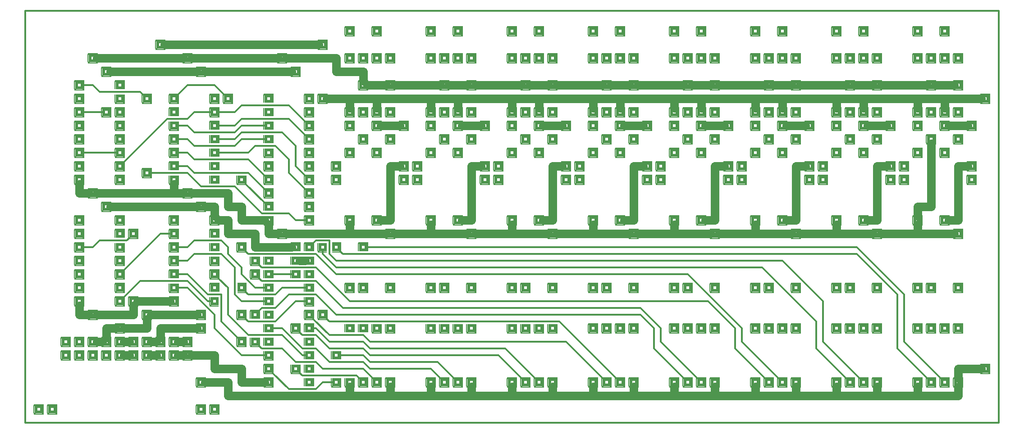
<source format=gbl>
%MOIN*%
%FSLAX23Y23*%
%ADD10C,.012*%
%ADD11C,.062*%
%ADD12C,.050X.024*%
%ADD13R,.062X.062X.024*%
%ADD14C,.016*%
%ADD15R,.008X.062*%
%ADD16R,.062X.008*%
%ADD17C,.008*%
%LPD*%
G90*X0Y0D02*D13*X100Y100D03*D14*X131Y131D03*      
Y69D03*X69Y131D03*Y69D03*D15*X135Y100D03*X65D03*  
D16*X100Y135D03*Y65D03*D13*X200Y100D03*D14*       
X231Y131D03*Y69D03*X169Y131D03*Y69D03*D15*        
X235Y100D03*X165D03*D16*X200Y135D03*Y65D03*D13*   
X500Y500D03*D14*X531Y531D03*Y469D03*X469Y531D03*  
Y469D03*D15*X535Y500D03*X465D03*D16*X500Y535D03*  
Y465D03*D13*X400Y500D03*D14*X431Y531D03*Y469D03*  
X369Y531D03*Y469D03*D15*X435Y500D03*X365D03*D16*  
X400Y535D03*Y465D03*D13*X300Y500D03*D14*          
X331Y531D03*Y469D03*X269Y531D03*Y469D03*D15*      
X335Y500D03*X265D03*D16*X300Y535D03*Y465D03*D13*  
X600Y600D03*D14*X631Y631D03*Y569D03*X569Y631D03*  
Y569D03*D15*X635Y600D03*X565D03*D16*X600Y635D03*  
Y565D03*X569Y600D02*D11*X531D01*D13*X500D03*D14*  
X531Y631D03*Y569D03*X469Y631D03*Y569D03*D15*      
X535Y600D03*X465D03*D16*X500Y635D03*Y565D03*D13*  
X600Y500D03*D14*X631Y531D03*Y469D03*X569Y531D03*  
Y469D03*D15*X635Y500D03*X565D03*D16*X600Y535D03*  
Y465D03*Y700D02*D11*Y631D01*D13*X700Y500D03*D14*  
X731Y531D03*Y469D03*X669Y531D03*Y469D03*D15*      
X735Y500D03*X665D03*D16*X700Y535D03*Y465D03*      
X731Y500D02*D11*X769D01*D13*X800D03*D14*          
X831Y531D03*Y469D03*X769Y531D03*Y469D03*D15*      
X835Y500D03*X765D03*D16*X800Y535D03*Y465D03*D13*  
X900Y600D03*D14*X931Y631D03*Y569D03*X869Y631D03*  
Y569D03*D15*X935Y600D03*X865D03*D16*X900Y635D03*  
Y565D03*X931Y600D02*D11*X969D01*D13*X1000D03*D14* 
X1031Y631D03*Y569D03*X969Y631D03*Y569D03*D15*     
X1035Y600D03*X965D03*D16*X1000Y635D03*Y565D03*    
Y631D02*D11*Y700D01*X1269D01*D13*X1300D03*D14*    
X1331Y731D03*Y669D03*X1269Y731D03*Y669D03*D15*    
X1335Y700D03*X1265D03*D16*X1300Y735D03*Y665D03*   
X1400Y800D02*D10*Y700D01*X1600Y500D01*X1769D01*   
D13*X1800D03*D14*X1831Y469D03*X1769D03*D15*       
X1835Y500D03*X1765D03*D16*X1800Y465D03*           
X1750Y550D02*D10*X1900D01*X2000Y450D01*X2150D01*  
X2200Y400D01*X2500D01*X2569Y331D01*D13*           
X2600Y300D03*D14*X2631Y331D03*Y269D03*            
X2569Y331D03*Y269D03*D15*X2635Y300D03*X2565D03*   
D16*X2600Y335D03*Y265D03*X2700Y200D02*D11*        
X2400D01*X1500D01*Y300D01*X1331D01*D13*X1300D03*  
D14*X1331Y331D03*Y269D03*X1269Y331D03*Y269D03*D15*
X1335Y300D03*X1265D03*D16*X1300Y335D03*Y265D03*   
X1400Y400D02*D11*X1600D01*Y300D01*X1769D01*D13*   
X1800D03*D14*X1831Y331D03*Y269D03*X1769Y331D03*   
Y269D03*D15*X1835Y300D03*X1765D03*D16*            
X1800Y335D03*Y265D03*D13*Y400D03*D14*X1831Y431D03*
Y369D03*X1769Y431D03*Y369D03*D15*X1835Y400D03*    
X1765D03*D16*X1800Y435D03*Y365D03*X1831Y369D02*   
D10*X1950Y250D01*X2150D01*X2200Y300D01*X2269D01*  
D13*X2300D03*D14*X2331Y269D03*X2269D03*D15*       
X2335Y300D03*X2265D03*D16*X2300Y265D03*           
X2400Y200D02*D11*Y269D01*D13*Y300D03*D14*         
X2431Y269D03*X2369D03*D15*X2435Y300D03*X2365D03*  
D16*X2400Y265D03*X2450Y350D02*D10*X2469Y331D01*   
D13*X2500Y300D03*D14*X2531Y331D03*Y269D03*        
X2469Y331D03*Y269D03*D15*X2535Y300D03*X2465D03*   
D16*X2500Y335D03*Y265D03*X2450Y350D02*D10*        
X2050D01*X2031Y369D01*D13*X2000Y400D03*D14*       
X2031Y369D03*X1969D03*D15*X2035Y400D03*X1965D03*  
D16*X2000Y365D03*D13*X2100Y300D03*D15*X2135D03*   
X2065D03*D13*X2100Y500D03*D15*X2135D03*X2065D03*  
X2069D02*D10*X2050D01*X1900Y650D01*X1650D01*      
X1500Y800D01*Y1000D01*X1431Y1069D01*D13*          
X1400Y1100D03*D14*X1431Y1131D03*Y1069D03*         
X1369Y1131D03*Y1069D03*D15*X1435Y1100D03*X1365D03*
D16*X1400Y1135D03*Y1065D03*D13*Y1200D03*D14*      
X1431Y1169D03*X1369D03*D15*X1435Y1200D03*X1365D03*
D16*X1400Y1165D03*D13*Y1000D03*D14*X1431Y1031D03* 
X1369D03*D15*X1435Y1000D03*X1365D03*D16*          
X1400Y1035D03*X1550Y950D02*D10*X1600Y900D01*      
X1769D01*D13*X1800D03*D15*X1835D03*X1765D03*      
X1850Y850D02*D10*X1750D01*X1731Y831D01*D13*       
X1700Y800D03*D14*X1731Y831D03*X1669D03*D15*       
X1735Y800D03*X1665D03*D16*X1700Y835D03*           
X1650Y750D02*D10*X1850D01*X2000Y900D01*X2069D01*  
D13*X2100D03*D14*X2131Y869D03*X2069D03*D15*       
X2135Y900D03*X2065D03*D16*X2100Y865D03*           
X2150Y950D02*D10*X2300Y800D01*X4550D01*           
X4650Y700D01*Y550D01*X4869Y331D01*D13*            
X4900Y300D03*D14*X4931Y331D03*Y269D03*            
X4869Y331D03*Y269D03*D15*X4935Y300D03*X4865D03*   
D16*X4900Y335D03*Y265D03*X4800Y200D02*D11*        
X4500D01*X4200D01*X3900D01*X3600D01*X3300D01*     
X3000D01*X2700D01*Y269D01*D13*Y300D03*D14*        
X2731Y331D03*Y269D03*X2669Y331D03*Y269D03*D15*    
X2735Y300D03*X2665D03*D16*X2700Y335D03*Y265D03*   
X2550Y450D02*D10*X3050D01*X3169Y331D01*D13*       
X3200Y300D03*D14*X3231Y331D03*Y269D03*            
X3169Y331D03*Y269D03*D15*X3235Y300D03*X3165D03*   
D16*X3200Y335D03*Y265D03*X3300Y200D02*D11*Y269D01*
D13*Y300D03*D14*X3331Y331D03*Y269D03*X3269Y331D03*
Y269D03*D15*X3335Y300D03*X3265D03*D16*            
X3300Y335D03*Y265D03*X3500Y500D02*D10*            
X3669Y331D01*D13*X3700Y300D03*D14*X3731Y331D03*   
Y269D03*X3669Y331D03*Y269D03*D15*X3735Y300D03*    
X3665D03*D16*X3700Y335D03*Y265D03*X3600Y200D02*   
D11*Y269D01*D13*Y300D03*D14*X3631Y331D03*Y269D03* 
X3569Y331D03*Y269D03*D15*X3635Y300D03*X3565D03*   
D16*X3600Y335D03*Y265D03*D13*X3800Y300D03*D14*    
X3831Y331D03*Y269D03*X3769Y331D03*Y269D03*D15*    
X3835Y300D03*X3765D03*D16*X3800Y335D03*Y265D03*   
X3769Y331D02*D10*X3550Y550D01*X2550D01*           
X2500Y600D01*X2250D01*X2150Y700D01*X2131D01*D13*  
X2100D03*D14*X2131Y731D03*X2069D03*D15*           
X2135Y700D03*X2065D03*D16*X2100Y735D03*           
X2150Y650D02*D10*X2250Y550D01*X2500D01*           
X2550Y500D01*X3500D01*D13*X3700Y700D03*D14*       
X3731Y669D03*X3669D03*D15*X3735Y700D03*X3665D03*  
D16*X3700Y665D03*D13*X3300Y700D03*D14*            
X3331Y669D03*X3269D03*D15*X3335Y700D03*X3265D03*  
D16*X3300Y665D03*D13*X3600Y700D03*D14*            
X3631Y669D03*X3569D03*D15*X3635Y700D03*X3565D03*  
D16*X3600Y665D03*D13*X3200Y700D03*D14*            
X3231Y669D03*X3169D03*D15*X3235Y700D03*X3165D03*  
D16*X3200Y665D03*D13*X3800Y700D03*D14*            
X3831Y669D03*X3769D03*D15*X3835Y700D03*X3765D03*  
D16*X3800Y665D03*X3900Y200D02*D11*Y269D01*D13*    
Y300D03*D14*X3931Y331D03*Y269D03*X3869Y331D03*    
Y269D03*D15*X3935Y300D03*X3865D03*D16*            
X3900Y335D03*Y265D03*X4200Y200D02*D11*Y269D01*D13*
Y300D03*D14*X4231Y331D03*Y269D03*X4169Y331D03*    
Y269D03*D15*X4235Y300D03*X4165D03*D16*            
X4200Y335D03*Y265D03*D13*X4300Y300D03*D14*        
X4331Y331D03*Y269D03*X4269Y331D03*Y269D03*D15*    
X4335Y300D03*X4265D03*D16*X4300Y335D03*Y265D03*   
X4269Y331D02*D10*X4000Y600D01*X2550D01*           
X2500Y650D01*X2250D01*X2131Y769D01*D13*           
X2100Y800D03*D14*X2131Y831D03*Y769D03*            
X2069Y831D03*Y769D03*D15*X2135Y800D03*X2065D03*   
D16*X2100Y835D03*Y765D03*D13*X2000Y700D03*D14*    
X2031Y731D03*Y669D03*X1969Y731D03*Y669D03*D15*    
X2035Y700D03*X1965D03*D16*X2000Y735D03*Y665D03*   
X2031Y669D02*D10*X2050Y650D01*X2150D01*D13*       
X2100Y600D03*D15*X2135D03*X2065D03*X2250Y750D02*  
D10*X3950D01*X4369Y331D01*D13*X4400Y300D03*D14*   
X4431Y331D03*Y269D03*X4369Y331D03*Y269D03*D15*    
X4435Y300D03*X4365D03*D16*X4400Y335D03*Y265D03*   
X4500Y200D02*D11*Y269D01*D13*Y300D03*D14*         
X4531Y331D03*Y269D03*X4469Y331D03*Y269D03*D15*    
X4535Y300D03*X4465D03*D16*X4500Y335D03*Y265D03*   
X4700Y600D02*D10*X4969Y331D01*D13*X5000Y300D03*   
D14*X5031Y331D03*Y269D03*X4969Y331D03*Y269D03*D15*
X5035Y300D03*X4965D03*D16*X5000Y335D03*Y265D03*   
X5100Y200D02*D11*X4800D01*Y269D01*D13*Y300D03*D14*
X4831Y331D03*Y269D03*X4769Y331D03*Y269D03*D15*    
X4835Y300D03*X4765D03*D16*X4800Y335D03*Y265D03*   
X5100Y200D02*D11*X5400D01*X5700D01*X6000D01*      
X6300D01*X6600D01*X6900D01*Y269D01*D13*Y300D03*   
D14*X6931Y331D03*Y269D03*X6869Y331D03*Y269D03*D15*
X6935Y300D03*X6865D03*D16*X6900Y335D03*Y265D03*   
Y331D02*D11*Y400D01*X7069D01*D13*X7100D03*D14*    
X7131Y431D03*Y369D03*X7069Y431D03*Y369D03*D15*    
X7135Y400D03*X7065D03*D16*X7100Y435D03*Y365D03*   
D13*X6800Y700D03*D14*X6831Y731D03*Y669D03*        
X6769Y731D03*Y669D03*D15*X6835Y700D03*X6765D03*   
D16*X6800Y735D03*Y665D03*D13*Y300D03*D14*         
X6831Y331D03*Y269D03*X6769Y331D03*Y269D03*D15*    
X6835Y300D03*X6765D03*D16*X6800Y335D03*Y265D03*   
X6769Y331D02*D10*X6500Y600D01*Y950D01*            
X6150Y1300D01*X2531D01*D13*X2500D03*D14*          
X2531Y1331D03*X2469D03*D15*X2535Y1300D03*X2465D03*
D16*X2500Y1335D03*X2400Y1400D02*D11*X2250D01*     
X2200D01*X2150D01*X1931D01*D13*X1900D03*D14*      
X1931Y1431D03*Y1369D03*X1869Y1431D03*Y1369D03*D15*
X1935Y1400D03*X1865D03*D16*X1900Y1435D03*Y1365D03*
X1869Y1400D02*D11*X1800D01*Y1469D01*D13*Y1500D03* 
D14*X1831Y1469D03*X1769D03*D15*X1835Y1500D03*     
X1765D03*D16*X1800Y1465D03*X1769Y1500D02*D11*     
X1600D01*Y1600D01*X1500D01*Y1700D01*X1231D01*D13* 
X1200D03*D14*X1231Y1731D03*Y1669D03*X1169Y1731D03*
Y1669D03*D15*X1235Y1700D03*X1165D03*D16*          
X1200Y1735D03*Y1665D03*X1169Y1700D02*D11*X1100D01*
X531D01*D13*X500D03*D14*X531Y1731D03*Y1669D03*    
X469Y1731D03*Y1669D03*D15*X535Y1700D03*X465D03*   
D16*X500Y1735D03*Y1665D03*X469Y1700D02*D11*       
X400D01*Y1769D01*D13*Y1800D03*D14*X431Y1831D03*   
Y1769D03*X369Y1831D03*Y1769D03*D15*X435Y1800D03*  
X365D03*D16*X400Y1835D03*Y1765D03*D13*Y1900D03*   
D14*X431Y1931D03*Y1869D03*X369Y1931D03*Y1869D03*  
D15*X435Y1900D03*X365D03*D16*X400Y1935D03*        
Y1865D03*D13*X600Y1600D03*D14*X631Y1631D03*       
Y1569D03*X569Y1631D03*Y1569D03*D15*X635Y1600D03*  
X565D03*D16*X600Y1635D03*Y1565D03*X631Y1600D02*   
D11*X1269D01*D13*X1300D03*D14*X1331Y1631D03*      
Y1569D03*X1269Y1631D03*Y1569D03*D15*X1335Y1600D03*
X1265D03*D16*X1300Y1635D03*Y1565D03*X1331Y1600D02*
D11*X1400D01*Y1531D01*D13*Y1500D03*D14*           
X1431Y1531D03*Y1469D03*X1369Y1531D03*Y1469D03*D15*
X1435Y1500D03*X1365D03*D16*X1400Y1535D03*Y1465D03*
X1431Y1500D02*D11*X1500D01*Y1400D01*X1700D01*     
Y1300D01*X1969D01*D13*X2000D03*D14*X2031Y1331D03* 
X1969D03*D15*X2035Y1300D03*X1965D03*D16*          
X2000Y1335D03*D13*X2100Y1200D03*D15*X2135D03*     
X2065D03*X2069D02*D11*X2031D01*D13*X2000D03*D15*  
X2035D03*X1965D03*D13*X2100Y1100D03*D15*X2135D03* 
X2065D03*D13*X2100Y1300D03*D14*X2131Y1331D03*     
X2069D03*D15*X2135Y1300D03*X2065D03*D16*          
X2100Y1335D03*X2131Y1331D02*D10*X2150Y1350D01*    
X2250D01*Y1250D01*X2300Y1200D01*X5600D01*         
X5900Y900D01*Y600D01*X6169Y331D01*D13*            
X6200Y300D03*D14*X6231Y331D03*Y269D03*            
X6169Y331D03*Y269D03*D15*X6235Y300D03*X6165D03*   
D16*X6200Y335D03*Y265D03*X6300Y200D02*D11*Y269D01*
D13*Y300D03*D14*X6331Y331D03*Y269D03*X6269Y331D03*
Y269D03*D15*X6335Y300D03*X6265D03*D16*            
X6300Y335D03*Y265D03*D13*X6100Y300D03*D14*        
X6131Y331D03*Y269D03*X6069Y331D03*Y269D03*D15*    
X6135Y300D03*X6065D03*D16*X6100Y335D03*Y265D03*   
X6069Y331D02*D10*X5850Y550D01*Y750D01*            
X5450Y1150D01*X2300D01*X2200Y1250D01*Y1269D01*D13*
Y1300D03*D14*X2169Y1269D03*D15*X2165Y1300D03*D16* 
X2200Y1265D03*X2150Y1250D02*D10*X2300Y1100D01*    
X4900D01*X5300Y700D01*Y600D01*X5569Y331D01*D13*   
X5600Y300D03*D14*X5631Y331D03*Y269D03*            
X5569Y331D03*Y269D03*D15*X5635Y300D03*X5565D03*   
D16*X5600Y335D03*Y265D03*X5700Y200D02*D11*Y269D01*
D13*Y300D03*D14*X5731Y331D03*Y269D03*X5669Y331D03*
Y269D03*D15*X5735Y300D03*X5665D03*D16*            
X5700Y335D03*Y265D03*D13*X5500Y300D03*D14*        
X5531Y331D03*Y269D03*X5469Y331D03*Y269D03*D15*    
X5535Y300D03*X5465D03*D16*X5500Y335D03*Y265D03*   
X5469Y331D02*D10*X5250Y550D01*Y700D01*            
X5050Y900D01*X2400D01*X2150Y1150D01*X1750D01*     
X1731Y1169D01*D13*X1700Y1200D03*D14*X1731Y1169D03*
X1669D03*D15*X1735Y1200D03*X1665D03*D16*          
X1700Y1165D03*X1650Y1250D02*D10*X2150D01*D13*     
X2000Y1100D03*D15*X2035D03*X1965D03*X1969D02*D10* 
X1831D01*D13*X1800D03*D15*X1835D03*X1765D03*      
X1750Y1050D02*D10*X2150D01*X2350Y850D01*X4550D01* 
X4700Y700D01*Y600D01*D13*X4800Y700D03*D14*        
X4831Y731D03*Y669D03*X4769Y731D03*Y669D03*D15*    
X4835Y700D03*X4765D03*D16*X4800Y735D03*Y665D03*   
D13*X4500Y700D03*D14*X4531Y731D03*Y669D03*        
X4469Y731D03*Y669D03*D15*X4535Y700D03*X4465D03*   
D16*X4500Y735D03*Y665D03*D13*X4900Y700D03*D14*    
X4931Y731D03*Y669D03*X4869Y731D03*Y669D03*D15*    
X4935Y700D03*X4865D03*D16*X4900Y735D03*Y665D03*   
D13*X4400Y700D03*D14*X4431Y731D03*Y669D03*        
X4369Y731D03*Y669D03*D15*X4435Y700D03*X4365D03*   
D16*X4400Y735D03*Y665D03*D13*X5000Y700D03*D14*    
X5031Y731D03*Y669D03*X4969Y731D03*Y669D03*D15*    
X5035Y700D03*X4965D03*D16*X5000Y735D03*Y665D03*   
X5100Y200D02*D11*Y269D01*D13*Y300D03*D14*         
X5131Y331D03*Y269D03*X5069Y331D03*Y269D03*D15*    
X5135Y300D03*X5065D03*D16*X5100Y335D03*Y265D03*   
X5400Y200D02*D11*Y269D01*D13*Y300D03*D14*         
X5431Y331D03*Y269D03*X5369Y331D03*Y269D03*D15*    
X5435Y300D03*X5365D03*D16*X5400Y335D03*Y265D03*   
D13*X5700Y700D03*D14*X5731Y731D03*Y669D03*        
X5669Y731D03*Y669D03*D15*X5735Y700D03*X5665D03*   
D16*X5700Y735D03*Y665D03*D13*X5600Y700D03*D14*    
X5631Y731D03*Y669D03*X5569Y731D03*Y669D03*D15*    
X5635Y700D03*X5565D03*D16*X5600Y735D03*Y665D03*   
D13*X5500Y700D03*D14*X5531Y731D03*Y669D03*        
X5469Y731D03*Y669D03*D15*X5535Y700D03*X5465D03*   
D16*X5500Y735D03*Y665D03*D13*X5400Y700D03*D14*    
X5431Y731D03*Y669D03*X5369Y731D03*Y669D03*D15*    
X5435Y700D03*X5365D03*D16*X5400Y735D03*Y665D03*   
D13*X5100Y700D03*D14*X5131Y731D03*Y669D03*        
X5069Y731D03*Y669D03*D15*X5135Y700D03*X5065D03*   
D16*X5100Y735D03*Y665D03*X6000Y200D02*D11*Y269D01*
D13*Y300D03*D14*X6031Y331D03*Y269D03*X5969Y331D03*
Y269D03*D15*X6035Y300D03*X5965D03*D16*            
X6000Y335D03*Y265D03*D13*X6300Y700D03*D14*        
X6331Y731D03*Y669D03*X6269Y731D03*Y669D03*D15*    
X6335Y700D03*X6265D03*D16*X6300Y735D03*Y665D03*   
D13*X6200Y700D03*D14*X6231Y731D03*Y669D03*        
X6169Y731D03*Y669D03*D15*X6235Y700D03*X6165D03*   
D16*X6200Y735D03*Y665D03*D13*X6100Y700D03*D14*    
X6131Y731D03*Y669D03*X6069Y731D03*Y669D03*D15*    
X6135Y700D03*X6065D03*D16*X6100Y735D03*Y665D03*   
D13*X6000Y700D03*D14*X6031Y731D03*Y669D03*        
X5969Y731D03*Y669D03*D15*X6035Y700D03*X5965D03*   
D16*X6000Y735D03*Y665D03*X6450Y550D02*D10*        
X6669Y331D01*D13*X6700Y300D03*D14*X6731Y331D03*   
Y269D03*X6669Y331D03*Y269D03*D15*X6735Y300D03*    
X6665D03*D16*X6700Y335D03*Y265D03*X6600Y200D02*   
D11*Y269D01*D13*Y300D03*D14*X6631Y331D03*Y269D03* 
X6569Y331D03*Y269D03*D15*X6635Y300D03*X6565D03*   
D16*X6600Y335D03*Y265D03*X6450Y550D02*D10*Y950D01*
X6150Y1250D01*X2350D01*X2331Y1269D01*D13*         
X2300Y1300D03*D14*X2331Y1331D03*Y1269D03*D15*     
X2335Y1300D03*D16*X2300Y1335D03*Y1265D03*         
X2400Y1400D02*D11*X2669D01*D13*X2700D03*D14*      
X2731Y1431D03*Y1369D03*X2669Y1431D03*Y1369D03*D15*
X2735Y1400D03*X2665D03*D16*X2700Y1435D03*Y1365D03*
X2731Y1400D02*D11*X3000D01*X3269D01*D13*X3300D03* 
D14*X3331Y1431D03*Y1369D03*X3269Y1431D03*Y1369D03*
D15*X3335Y1400D03*X3265D03*D16*X3300Y1435D03*     
Y1365D03*X3331Y1400D02*D11*X3600D01*X3869D01*D13* 
X3900D03*D14*X3931Y1431D03*Y1369D03*X3869Y1431D03*
Y1369D03*D15*X3935Y1400D03*X3865D03*D16*          
X3900Y1435D03*Y1365D03*X3931Y1400D02*D11*X4200D01*
X4469D01*D13*X4500D03*D14*X4531Y1431D03*Y1369D03* 
X4469Y1431D03*Y1369D03*D15*X4535Y1400D03*X4465D03*
D16*X4500Y1435D03*Y1365D03*X4531Y1400D02*D11*     
X4800D01*X5069D01*D13*X5100D03*D14*X5131Y1431D03* 
Y1369D03*X5069Y1431D03*Y1369D03*D15*X5135Y1400D03*
X5065D03*D16*X5100Y1435D03*Y1365D03*X5131Y1400D02*
D11*X5400D01*X5669D01*D13*X5700D03*D14*           
X5731Y1431D03*Y1369D03*X5669Y1431D03*Y1369D03*D15*
X5735Y1400D03*X5665D03*D16*X5700Y1435D03*Y1365D03*
X5731Y1400D02*D11*X6000D01*X6269D01*D13*X6300D03* 
D14*X6331Y1431D03*Y1369D03*X6269Y1431D03*Y1369D03*
D15*X6335Y1400D03*X6265D03*D16*X6300Y1435D03*     
Y1365D03*X6331Y1400D02*D11*X6600D01*X6869D01*D13* 
X6900D03*D14*X6931Y1431D03*Y1369D03*X6869Y1431D03*
Y1369D03*D15*X6935Y1400D03*X6865D03*D16*          
X6900Y1435D03*Y1365D03*D13*X6800Y1500D03*D14*     
X6831Y1531D03*Y1469D03*X6769Y1531D03*Y1469D03*D15*
X6835Y1500D03*X6765D03*D16*X6800Y1535D03*Y1465D03*
X6831Y1500D02*D11*X6900D01*Y1900D01*X6969D01*D13* 
X7000D03*D14*X7031Y1931D03*Y1869D03*X6969Y1931D03*
Y1869D03*D15*X7035Y1900D03*X6965D03*D16*          
X7000Y1935D03*Y1865D03*D13*Y1800D03*D14*          
X7031Y1831D03*Y1769D03*X6969Y1831D03*Y1769D03*D15*
X7035Y1800D03*X6965D03*D16*X7000Y1835D03*Y1765D03*
D13*X6800Y2000D03*D14*X6831Y2031D03*Y1969D03*     
X6769Y2031D03*Y1969D03*D15*X6835Y2000D03*X6765D03*
D16*X6800Y2035D03*Y1965D03*D13*X6900Y2100D03*D14* 
X6931Y2131D03*Y2069D03*X6869Y2131D03*Y2069D03*D15*
X6935Y2100D03*X6865D03*D16*X6900Y2135D03*Y2065D03*
X6700Y1600D02*D11*X6600D01*Y1531D01*D13*Y1500D03* 
D14*X6631Y1531D03*Y1469D03*X6569Y1531D03*Y1469D03*
D15*X6635Y1500D03*X6565D03*D16*X6600Y1535D03*     
Y1465D03*Y1469D02*D11*Y1400D01*X6700Y1600D02*     
Y2069D01*D13*Y2100D03*D14*X6731Y2131D03*Y2069D03* 
X6669Y2131D03*Y2069D03*D15*X6735Y2100D03*X6665D03*
D16*X6700Y2135D03*Y2065D03*D13*X6800Y2200D03*D14* 
X6831Y2231D03*Y2169D03*X6769Y2231D03*Y2169D03*D15*
X6835Y2200D03*X6765D03*D16*X6800Y2235D03*Y2165D03*
X6831Y2200D02*D11*X6969D01*D13*X7000D03*D14*      
X7031Y2231D03*Y2169D03*X6969Y2231D03*Y2169D03*D15*
X7035Y2200D03*X6965D03*D16*X7000Y2235D03*Y2165D03*
D13*X6900Y2300D03*D14*X6931Y2331D03*Y2269D03*     
X6869Y2331D03*Y2269D03*D15*X6935Y2300D03*X6865D03*
D16*X6900Y2335D03*Y2265D03*X6800Y2400D02*D11*     
Y2331D01*D13*Y2300D03*D14*X6831Y2331D03*Y2269D03* 
X6769Y2331D03*Y2269D03*D15*X6835Y2300D03*X6765D03*
D16*X6800Y2335D03*Y2265D03*Y2400D02*D11*X6600D01* 
Y2331D01*D13*Y2300D03*D14*X6631Y2331D03*Y2269D03* 
X6569Y2331D03*Y2269D03*D15*X6635Y2300D03*X6565D03*
D16*X6600Y2335D03*Y2265D03*D13*X6700Y2300D03*D14* 
X6731Y2331D03*Y2269D03*X6669Y2331D03*Y2269D03*D15*
X6735Y2300D03*X6665D03*D16*X6700Y2335D03*Y2265D03*
X6600Y2400D02*D11*X6200D01*Y2331D01*D13*Y2300D03* 
D14*X6231Y2331D03*Y2269D03*X6169Y2331D03*Y2269D03*
D15*X6235Y2300D03*X6165D03*D16*X6200Y2335D03*     
Y2265D03*D13*X6300Y2300D03*D14*X6331Y2331D03*     
Y2269D03*X6269Y2331D03*Y2269D03*D15*X6335Y2300D03*
X6265D03*D16*X6300Y2335D03*Y2265D03*X6200Y2400D02*
D11*X6000D01*Y2331D01*D13*Y2300D03*D14*           
X6031Y2331D03*Y2269D03*X5969Y2331D03*Y2269D03*D15*
X6035Y2300D03*X5965D03*D16*X6000Y2335D03*Y2265D03*
D13*X6100Y2300D03*D14*X6131Y2331D03*Y2269D03*     
X6069Y2331D03*Y2269D03*D15*X6135Y2300D03*X6065D03*
D16*X6100Y2335D03*Y2265D03*X6000Y2400D02*D11*     
X5600D01*Y2331D01*D13*Y2300D03*D14*X5631Y2331D03* 
Y2269D03*X5569Y2331D03*Y2269D03*D15*X5635Y2300D03*
X5565D03*D16*X5600Y2335D03*Y2265D03*D13*          
X5700Y2300D03*D14*X5731Y2331D03*Y2269D03*         
X5669Y2331D03*Y2269D03*D15*X5735Y2300D03*X5665D03*
D16*X5700Y2335D03*Y2265D03*X5600Y2400D02*D11*     
X5400D01*Y2331D01*D13*Y2300D03*D14*X5431Y2331D03* 
Y2269D03*X5369Y2331D03*Y2269D03*D15*X5435Y2300D03*
X5365D03*D16*X5400Y2335D03*Y2265D03*D13*          
X5500Y2300D03*D14*X5531Y2331D03*Y2269D03*         
X5469Y2331D03*Y2269D03*D15*X5535Y2300D03*X5465D03*
D16*X5500Y2335D03*Y2265D03*X5400Y2400D02*D11*     
X5000D01*Y2331D01*D13*Y2300D03*D14*X5031Y2331D03* 
Y2269D03*X4969Y2331D03*Y2269D03*D15*X5035Y2300D03*
X4965D03*D16*X5000Y2335D03*Y2265D03*D13*          
X5100Y2300D03*D14*X5131Y2331D03*Y2269D03*         
X5069Y2331D03*Y2269D03*D15*X5135Y2300D03*X5065D03*
D16*X5100Y2335D03*Y2265D03*X5000Y2400D02*D11*     
X4800D01*Y2331D01*D13*Y2300D03*D14*X4831Y2331D03* 
Y2269D03*X4769Y2331D03*Y2269D03*D15*X4835Y2300D03*
X4765D03*D16*X4800Y2335D03*Y2265D03*D13*          
X4900Y2300D03*D14*X4931Y2331D03*Y2269D03*         
X4869Y2331D03*Y2269D03*D15*X4935Y2300D03*X4865D03*
D16*X4900Y2335D03*Y2265D03*X4800Y2400D02*D11*     
X4400D01*Y2331D01*D13*Y2300D03*D14*X4431Y2331D03* 
Y2269D03*X4369Y2331D03*Y2269D03*D15*X4435Y2300D03*
X4365D03*D16*X4400Y2335D03*Y2265D03*D13*          
X4500Y2300D03*D14*X4531Y2331D03*Y2269D03*         
X4469Y2331D03*Y2269D03*D15*X4535Y2300D03*X4465D03*
D16*X4500Y2335D03*Y2265D03*X4400Y2400D02*D11*     
X4200D01*Y2331D01*D13*Y2300D03*D14*X4231Y2331D03* 
Y2269D03*X4169Y2331D03*Y2269D03*D15*X4235Y2300D03*
X4165D03*D16*X4200Y2335D03*Y2265D03*D13*          
X4300Y2300D03*D14*X4331Y2331D03*Y2269D03*         
X4269Y2331D03*Y2269D03*D15*X4335Y2300D03*X4265D03*
D16*X4300Y2335D03*Y2265D03*X4200Y2400D02*D11*     
X3800D01*Y2331D01*D13*Y2300D03*D14*X3831Y2331D03* 
Y2269D03*X3769Y2331D03*Y2269D03*D15*X3835Y2300D03*
X3765D03*D16*X3800Y2335D03*Y2265D03*D13*          
X3900Y2300D03*D14*X3931Y2331D03*Y2269D03*         
X3869Y2331D03*Y2269D03*D15*X3935Y2300D03*X3865D03*
D16*X3900Y2335D03*Y2265D03*X3800Y2400D02*D11*     
X3600D01*Y2331D01*D13*Y2300D03*D14*X3631Y2331D03* 
Y2269D03*X3569Y2331D03*Y2269D03*D15*X3635Y2300D03*
X3565D03*D16*X3600Y2335D03*Y2265D03*D13*          
X3700Y2300D03*D14*X3731Y2331D03*Y2269D03*         
X3669Y2331D03*Y2269D03*D15*X3735Y2300D03*X3665D03*
D16*X3700Y2335D03*Y2265D03*X3600Y2400D02*D11*     
X3200D01*Y2331D01*D13*Y2300D03*D14*X3231Y2331D03* 
Y2269D03*X3169Y2331D03*Y2269D03*D15*X3235Y2300D03*
X3165D03*D16*X3200Y2335D03*Y2265D03*D13*          
X3300Y2300D03*D14*X3331Y2331D03*Y2269D03*         
X3269Y2331D03*Y2269D03*D15*X3335Y2300D03*X3265D03*
D16*X3300Y2335D03*Y2265D03*X3200Y2400D02*D11*     
X3000D01*Y2331D01*D13*Y2300D03*D14*X3031Y2331D03* 
Y2269D03*X2969Y2331D03*Y2269D03*D15*X3035Y2300D03*
X2965D03*D16*X3000Y2335D03*Y2265D03*D13*          
X3100Y2300D03*D14*X3131Y2331D03*Y2269D03*         
X3069Y2331D03*Y2269D03*D15*X3135Y2300D03*X3065D03*
D16*X3100Y2335D03*Y2265D03*X3000Y2400D02*D11*     
X2600D01*Y2331D01*D13*Y2300D03*D14*X2631Y2331D03* 
Y2269D03*X2569Y2331D03*Y2269D03*D15*X2635Y2300D03*
X2565D03*D16*X2600Y2335D03*Y2265D03*D13*          
X2700Y2300D03*D14*X2731Y2331D03*Y2269D03*         
X2669Y2331D03*Y2269D03*D15*X2735Y2300D03*X2665D03*
D16*X2700Y2335D03*Y2265D03*X2600Y2400D02*D11*     
X2400D01*Y2331D01*D13*Y2300D03*D14*X2431Y2331D03* 
Y2269D03*X2369Y2331D03*Y2269D03*D15*X2435Y2300D03*
X2365D03*D16*X2400Y2335D03*Y2265D03*D13*          
X2500Y2300D03*D14*X2531Y2331D03*Y2269D03*         
X2469Y2331D03*Y2269D03*D15*X2535Y2300D03*X2465D03*
D16*X2500Y2335D03*Y2265D03*X2400Y2400D02*D11*     
X2231D01*D13*X2200D03*D14*X2231Y2431D03*Y2369D03* 
X2169Y2431D03*Y2369D03*D15*X2235Y2400D03*X2165D03*
D16*X2200Y2435D03*Y2365D03*D13*X2100Y2300D03*D14* 
X2131Y2331D03*Y2269D03*X2069Y2331D03*Y2269D03*D15*
X2135Y2300D03*X2065D03*D16*X2100Y2335D03*Y2265D03*
D13*Y2400D03*D14*X2131Y2431D03*Y2369D03*          
X2069Y2431D03*Y2369D03*D15*X2135Y2400D03*X2065D03*
D16*X2100Y2435D03*Y2365D03*D13*X2400Y2200D03*D14* 
X2431Y2231D03*Y2169D03*X2369Y2231D03*Y2169D03*D15*
X2435Y2200D03*X2365D03*D16*X2400Y2235D03*Y2165D03*
D13*X2000Y2600D03*D14*X2031Y2631D03*Y2569D03*     
X1969Y2631D03*Y2569D03*D15*X2035Y2600D03*X1965D03*
D16*X2000Y2635D03*Y2565D03*X1969Y2600D02*D11*     
X1331D01*D13*X1300D03*D14*X1331Y2631D03*Y2569D03* 
X1269Y2631D03*Y2569D03*D15*X1335Y2600D03*X1265D03*
D16*X1300Y2635D03*Y2565D03*X1269Y2600D02*D11*     
X631D01*D13*X600D03*D14*X631Y2631D03*Y2569D03*    
X569Y2631D03*Y2569D03*D15*X635Y2600D03*X565D03*   
D16*X600Y2635D03*Y2565D03*D13*X700Y2500D03*D14*   
X731Y2531D03*X669D03*D15*X735Y2500D03*X665D03*D16*
X700Y2535D03*D13*X500Y2700D03*D14*X531Y2731D03*   
Y2669D03*X469Y2731D03*Y2669D03*D15*X535Y2700D03*  
X465D03*D16*X500Y2735D03*Y2665D03*X531Y2700D02*   
D11*X1169D01*D13*X1200D03*D14*X1231Y2731D03*      
Y2669D03*X1169Y2731D03*Y2669D03*D15*X1235Y2700D03*
X1165D03*D16*X1200Y2735D03*Y2665D03*X1231Y2700D02*
D11*X1869D01*D13*X1900D03*D14*X1931Y2731D03*      
Y2669D03*X1869Y2731D03*Y2669D03*D15*X1935Y2700D03*
X1865D03*D16*X1900Y2735D03*Y2665D03*X1931Y2700D02*
D11*X2300D01*Y2600D01*X2500D01*Y2531D01*D13*      
Y2500D03*D14*X2531Y2531D03*Y2469D03*X2469Y2531D03*
Y2469D03*D15*X2535Y2500D03*X2465D03*D16*          
X2500Y2535D03*Y2465D03*X2531Y2500D02*D11*X2669D01*
D13*X2700D03*D14*X2731Y2531D03*Y2469D03*          
X2669Y2531D03*Y2469D03*D15*X2735Y2500D03*X2665D03*
D16*X2700Y2535D03*Y2465D03*X2731Y2500D02*D11*     
X3069D01*D13*X3100D03*D14*X3131Y2531D03*Y2469D03* 
X3069Y2531D03*Y2469D03*D15*X3135Y2500D03*X3065D03*
D16*X3100Y2535D03*Y2465D03*X3131Y2500D02*D11*     
X3269D01*D13*X3300D03*D14*X3331Y2531D03*Y2469D03* 
X3269Y2531D03*Y2469D03*D15*X3335Y2500D03*X3265D03*
D16*X3300Y2535D03*Y2465D03*X3331Y2500D02*D11*     
X3669D01*D13*X3700D03*D14*X3731Y2531D03*Y2469D03* 
X3669Y2531D03*Y2469D03*D15*X3735Y2500D03*X3665D03*
D16*X3700Y2535D03*Y2465D03*X3731Y2500D02*D11*     
X3869D01*D13*X3900D03*D14*X3931Y2531D03*Y2469D03* 
X3869Y2531D03*Y2469D03*D15*X3935Y2500D03*X3865D03*
D16*X3900Y2535D03*Y2465D03*X3931Y2500D02*D11*     
X4269D01*D13*X4300D03*D14*X4331Y2531D03*Y2469D03* 
X4269Y2531D03*Y2469D03*D15*X4335Y2500D03*X4265D03*
D16*X4300Y2535D03*Y2465D03*X4331Y2500D02*D11*     
X4469D01*D13*X4500D03*D14*X4531Y2531D03*Y2469D03* 
X4469Y2531D03*Y2469D03*D15*X4535Y2500D03*X4465D03*
D16*X4500Y2535D03*Y2465D03*X4531Y2500D02*D11*     
X4869D01*D13*X4900D03*D14*X4931Y2531D03*Y2469D03* 
X4869Y2531D03*Y2469D03*D15*X4935Y2500D03*X4865D03*
D16*X4900Y2535D03*Y2465D03*X4931Y2500D02*D11*     
X5069D01*D13*X5100D03*D14*X5131Y2531D03*Y2469D03* 
X5069Y2531D03*Y2469D03*D15*X5135Y2500D03*X5065D03*
D16*X5100Y2535D03*Y2465D03*X5131Y2500D02*D11*     
X5469D01*D13*X5500D03*D14*X5531Y2531D03*Y2469D03* 
X5469Y2531D03*Y2469D03*D15*X5535Y2500D03*X5465D03*
D16*X5500Y2535D03*Y2465D03*X5531Y2500D02*D11*     
X5669D01*D13*X5700D03*D14*X5731Y2531D03*Y2469D03* 
X5669Y2531D03*Y2469D03*D15*X5735Y2500D03*X5665D03*
D16*X5700Y2535D03*Y2465D03*X5731Y2500D02*D11*     
X6069D01*D13*X6100D03*D14*X6131Y2531D03*Y2469D03* 
X6069Y2531D03*Y2469D03*D15*X6135Y2500D03*X6065D03*
D16*X6100Y2535D03*Y2465D03*X6131Y2500D02*D11*     
X6269D01*D13*X6300D03*D14*X6331Y2531D03*Y2469D03* 
X6269Y2531D03*Y2469D03*D15*X6335Y2500D03*X6265D03*
D16*X6300Y2535D03*Y2465D03*X6331Y2500D02*D11*     
X6669D01*D13*X6700D03*D14*X6731Y2531D03*Y2469D03* 
X6669Y2531D03*Y2469D03*D15*X6735Y2500D03*X6665D03*
D16*X6700Y2535D03*Y2465D03*X6731Y2500D02*D11*     
X6869D01*D13*X6900D03*D14*X6931Y2531D03*Y2469D03* 
X6869Y2531D03*Y2469D03*D15*X6935Y2500D03*X6865D03*
D16*X6900Y2535D03*Y2465D03*X6800Y2400D02*D11*     
X7069D01*D13*X7100D03*D14*X7131Y2431D03*Y2369D03* 
X7069Y2431D03*Y2369D03*D15*X7135Y2400D03*X7065D03*
D16*X7100Y2435D03*Y2365D03*D13*X6800Y2700D03*D14* 
X6831Y2731D03*Y2669D03*X6769Y2731D03*Y2669D03*D15*
X6835Y2700D03*X6765D03*D16*X6800Y2735D03*Y2665D03*
D13*X6900Y2700D03*D14*X6931Y2731D03*Y2669D03*     
X6869Y2731D03*Y2669D03*D15*X6935Y2700D03*X6865D03*
D16*X6900Y2735D03*Y2665D03*D13*X6700Y2700D03*D14* 
X6731Y2731D03*Y2669D03*X6669Y2731D03*Y2669D03*D15*
X6735Y2700D03*X6665D03*D16*X6700Y2735D03*Y2665D03*
D13*X6600Y2900D03*D14*X6631Y2931D03*Y2869D03*     
X6569Y2931D03*Y2869D03*D15*X6635Y2900D03*X6565D03*
D16*X6600Y2935D03*Y2865D03*D13*Y2700D03*D14*      
X6631Y2731D03*Y2669D03*X6569Y2731D03*Y2669D03*D15*
X6635Y2700D03*X6565D03*D16*X6600Y2735D03*Y2665D03*
D13*Y2200D03*D14*X6631Y2231D03*Y2169D03*          
X6569Y2231D03*Y2169D03*D15*X6635Y2200D03*X6565D03*
D16*X6600Y2235D03*Y2165D03*D13*X6800Y2900D03*D14* 
X6831Y2931D03*Y2869D03*X6769Y2931D03*Y2869D03*D15*
X6835Y2900D03*X6765D03*D16*X6800Y2935D03*Y2865D03*
D13*X6600Y2000D03*D14*X6631Y2031D03*Y1969D03*     
X6569Y2031D03*Y1969D03*D15*X6635Y2000D03*X6565D03*
D16*X6600Y2035D03*Y1965D03*D13*X6500Y1800D03*D14* 
X6531Y1831D03*Y1769D03*X6469Y1831D03*Y1769D03*D15*
X6535Y1800D03*X6465D03*D16*X6500Y1835D03*Y1765D03*
D13*Y1900D03*D14*X6531Y1931D03*Y1869D03*          
X6469Y1931D03*Y1869D03*D15*X6535Y1900D03*X6465D03*
D16*X6500Y1935D03*Y1865D03*X7200Y3050D02*D10*     
Y0D01*X0D01*Y3050D01*X7200D01*D13*X6400Y2200D03*  
D14*X6431Y2231D03*Y2169D03*X6369Y2231D03*Y2169D03*
D15*X6435Y2200D03*X6365D03*D16*X6400Y2235D03*     
Y2165D03*X6369Y2200D02*D11*X6231D01*D13*X6200D03* 
D14*X6231Y2231D03*Y2169D03*X6169Y2231D03*Y2169D03*
D15*X6235Y2200D03*X6165D03*D16*X6200Y2235D03*     
Y2165D03*D13*X6300Y2100D03*D14*X6331Y2131D03*     
Y2069D03*X6269Y2131D03*Y2069D03*D15*X6335Y2100D03*
X6265D03*D16*X6300Y2135D03*Y2065D03*D13*          
X6100Y2100D03*D14*X6131Y2131D03*Y2069D03*         
X6069Y2131D03*Y2069D03*D15*X6135Y2100D03*X6065D03*
D16*X6100Y2135D03*Y2065D03*D13*X6000Y2000D03*D14* 
X6031Y2031D03*Y1969D03*X5969Y2031D03*Y1969D03*D15*
X6035Y2000D03*X5965D03*D16*X6000Y2035D03*Y1965D03*
D13*Y2200D03*D14*X6031Y2231D03*Y2169D03*          
X5969Y2231D03*Y2169D03*D15*X6035Y2200D03*X5965D03*
D16*X6000Y2235D03*Y2165D03*D13*X6200Y2000D03*D14* 
X6231Y2031D03*Y1969D03*X6169Y2031D03*Y1969D03*D15*
X6235Y2000D03*X6165D03*D16*X6200Y2035D03*Y1965D03*
D13*X5900Y1900D03*D14*X5931Y1931D03*Y1869D03*     
X5869Y1931D03*Y1869D03*D15*X5935Y1900D03*X5865D03*
D16*X5900Y1935D03*Y1865D03*X6300Y1900D02*D11*     
Y1500D01*X6231D01*D13*X6200D03*D14*X6231Y1531D03* 
Y1469D03*X6169Y1531D03*Y1469D03*D15*X6235Y1500D03*
X6165D03*D16*X6200Y1535D03*Y1465D03*D13*          
X6000Y1500D03*D14*X6031Y1531D03*Y1469D03*         
X5969Y1531D03*Y1469D03*D15*X6035Y1500D03*X5965D03*
D16*X6000Y1535D03*Y1465D03*Y1469D02*D11*Y1400D01* 
X5700Y1500D02*X5631D01*D13*X5600D03*D14*          
X5631Y1531D03*Y1469D03*X5569Y1531D03*Y1469D03*D15*
X5635Y1500D03*X5565D03*D16*X5600Y1535D03*Y1465D03*
X5700Y1500D02*D11*Y1900D01*X5769D01*D13*X5800D03* 
D14*X5831Y1931D03*Y1869D03*X5769Y1931D03*Y1869D03*
D15*X5835Y1900D03*X5765D03*D16*X5800Y1935D03*     
Y1865D03*D13*X5900Y1800D03*D14*X5931Y1831D03*     
Y1769D03*X5869Y1831D03*Y1769D03*D15*X5935Y1800D03*
X5865D03*D16*X5900Y1835D03*Y1765D03*D13*          
X5800Y1800D03*D14*X5831Y1831D03*Y1769D03*         
X5769Y1831D03*Y1769D03*D15*X5835Y1800D03*X5765D03*
D16*X5800Y1835D03*Y1765D03*D13*X5600Y2000D03*D14* 
X5631Y2031D03*Y1969D03*X5569Y2031D03*Y1969D03*D15*
X5635Y2000D03*X5565D03*D16*X5600Y2035D03*Y1965D03*
D13*X5700Y2100D03*D14*X5731Y2131D03*Y2069D03*     
X5669Y2131D03*Y2069D03*D15*X5735Y2100D03*X5665D03*
D16*X5700Y2135D03*Y2065D03*D13*X5500Y2100D03*D14* 
X5531Y2131D03*Y2069D03*X5469Y2131D03*Y2069D03*D15*
X5535Y2100D03*X5465D03*D16*X5500Y2135D03*Y2065D03*
D13*X5800Y2200D03*D14*X5831Y2231D03*Y2169D03*     
X5769Y2231D03*Y2169D03*D15*X5835Y2200D03*X5765D03*
D16*X5800Y2235D03*Y2165D03*X5769Y2200D02*D11*     
X5631D01*D13*X5600D03*D14*X5631Y2231D03*Y2169D03* 
X5569Y2231D03*Y2169D03*D15*X5635Y2200D03*X5565D03*
D16*X5600Y2235D03*Y2165D03*D13*X5400Y2000D03*D14* 
X5431Y2031D03*Y1969D03*X5369Y2031D03*Y1969D03*D15*
X5435Y2000D03*X5365D03*D16*X5400Y2035D03*Y1965D03*
D13*Y2200D03*D14*X5431Y2231D03*Y2169D03*          
X5369Y2231D03*Y2169D03*D15*X5435Y2200D03*X5365D03*
D16*X5400Y2235D03*Y2165D03*D13*X5300Y1900D03*D14* 
X5331Y1931D03*Y1869D03*X5269Y1931D03*Y1869D03*D15*
X5335Y1900D03*X5265D03*D16*X5300Y1935D03*Y1865D03*
D13*X5200Y1800D03*D14*X5231Y1831D03*Y1769D03*     
X5169Y1831D03*Y1769D03*D15*X5235Y1800D03*X5165D03*
D16*X5200Y1835D03*Y1765D03*D13*X5300Y1800D03*D14* 
X5331Y1831D03*Y1769D03*X5269Y1831D03*Y1769D03*D15*
X5335Y1800D03*X5265D03*D16*X5300Y1835D03*Y1765D03*
D13*X5200Y2200D03*D14*X5231Y2231D03*Y2169D03*     
X5169Y2231D03*Y2169D03*D15*X5235Y2200D03*X5165D03*
D16*X5200Y2235D03*Y2165D03*X5169Y2200D02*D11*     
X5031D01*D13*X5000D03*D14*X5031Y2231D03*Y2169D03* 
X4969Y2231D03*Y2169D03*D15*X5035Y2200D03*X4965D03*
D16*X5000Y2235D03*Y2165D03*D13*X5100Y2100D03*D14* 
X5131Y2131D03*Y2069D03*X5069Y2131D03*Y2069D03*D15*
X5135Y2100D03*X5065D03*D16*X5100Y2135D03*Y2065D03*
D13*X4900Y2100D03*D14*X4931Y2131D03*Y2069D03*     
X4869Y2131D03*Y2069D03*D15*X4935Y2100D03*X4865D03*
D16*X4900Y2135D03*Y2065D03*D13*X4800Y2000D03*D14* 
X4831Y2031D03*Y1969D03*X4769Y2031D03*Y1969D03*D15*
X4835Y2000D03*X4765D03*D16*X4800Y2035D03*Y1965D03*
D13*Y2200D03*D14*X4831Y2231D03*Y2169D03*          
X4769Y2231D03*Y2169D03*D15*X4835Y2200D03*X4765D03*
D16*X4800Y2235D03*Y2165D03*D13*X5000Y2000D03*D14* 
X5031Y2031D03*Y1969D03*X4969Y2031D03*Y1969D03*D15*
X5035Y2000D03*X4965D03*D16*X5000Y2035D03*Y1965D03*
D13*X4700Y1900D03*D14*X4731Y1931D03*Y1869D03*     
X4669Y1931D03*Y1869D03*D15*X4735Y1900D03*X4665D03*
D16*X4700Y1935D03*Y1865D03*X5100Y1900D02*D11*     
Y1500D01*X5031D01*D13*X5000D03*D14*X5031Y1531D03* 
Y1469D03*X4969Y1531D03*Y1469D03*D15*X5035Y1500D03*
X4965D03*D16*X5000Y1535D03*Y1465D03*D13*          
X4800Y1500D03*D14*X4831Y1531D03*Y1469D03*         
X4769Y1531D03*Y1469D03*D15*X4835Y1500D03*X4765D03*
D16*X4800Y1535D03*Y1465D03*Y1469D02*D11*Y1400D01* 
X4500Y1500D02*X4431D01*D13*X4400D03*D14*          
X4431Y1531D03*Y1469D03*X4369Y1531D03*Y1469D03*D15*
X4435Y1500D03*X4365D03*D16*X4400Y1535D03*Y1465D03*
X4500Y1500D02*D11*Y1900D01*X4569D01*D13*X4600D03* 
D14*X4631Y1931D03*Y1869D03*X4569Y1931D03*Y1869D03*
D15*X4635Y1900D03*X4565D03*D16*X4600Y1935D03*     
Y1865D03*D13*X4700Y1800D03*D14*X4731Y1831D03*     
Y1769D03*X4669Y1831D03*Y1769D03*D15*X4735Y1800D03*
X4665D03*D16*X4700Y1835D03*Y1765D03*D13*          
X4600Y1800D03*D14*X4631Y1831D03*Y1769D03*         
X4569Y1831D03*Y1769D03*D15*X4635Y1800D03*X4565D03*
D16*X4600Y1835D03*Y1765D03*D13*X4400Y2000D03*D14* 
X4431Y2031D03*Y1969D03*X4369Y2031D03*Y1969D03*D15*
X4435Y2000D03*X4365D03*D16*X4400Y2035D03*Y1965D03*
D13*X4500Y2100D03*D14*X4531Y2131D03*Y2069D03*     
X4469Y2131D03*Y2069D03*D15*X4535Y2100D03*X4465D03*
D16*X4500Y2135D03*Y2065D03*D13*X4300Y2100D03*D14* 
X4331Y2131D03*Y2069D03*X4269Y2131D03*Y2069D03*D15*
X4335Y2100D03*X4265D03*D16*X4300Y2135D03*Y2065D03*
D13*X4600Y2200D03*D14*X4631Y2231D03*Y2169D03*     
X4569Y2231D03*Y2169D03*D15*X4635Y2200D03*X4565D03*
D16*X4600Y2235D03*Y2165D03*X4569Y2200D02*D11*     
X4431D01*D13*X4400D03*D14*X4431Y2231D03*Y2169D03* 
X4369Y2231D03*Y2169D03*D15*X4435Y2200D03*X4365D03*
D16*X4400Y2235D03*Y2165D03*D13*X4200Y2000D03*D14* 
X4231Y2031D03*Y1969D03*X4169Y2031D03*Y1969D03*D15*
X4235Y2000D03*X4165D03*D16*X4200Y2035D03*Y1965D03*
D13*Y2200D03*D14*X4231Y2231D03*Y2169D03*          
X4169Y2231D03*Y2169D03*D15*X4235Y2200D03*X4165D03*
D16*X4200Y2235D03*Y2165D03*D13*X4100Y1900D03*D14* 
X4131Y1931D03*Y1869D03*X4069Y1931D03*Y1869D03*D15*
X4135Y1900D03*X4065D03*D16*X4100Y1935D03*Y1865D03*
D13*X4000Y1800D03*D14*X4031Y1831D03*Y1769D03*     
X3969Y1831D03*Y1769D03*D15*X4035Y1800D03*X3965D03*
D16*X4000Y1835D03*Y1765D03*D13*X4100Y1800D03*D14* 
X4131Y1831D03*Y1769D03*X4069Y1831D03*Y1769D03*D15*
X4135Y1800D03*X4065D03*D16*X4100Y1835D03*Y1765D03*
D13*X4000Y2200D03*D14*X4031Y2231D03*Y2169D03*     
X3969Y2231D03*Y2169D03*D15*X4035Y2200D03*X3965D03*
D16*X4000Y2235D03*Y2165D03*X3969Y2200D02*D11*     
X3831D01*D13*X3800D03*D14*X3831Y2231D03*Y2169D03* 
X3769Y2231D03*Y2169D03*D15*X3835Y2200D03*X3765D03*
D16*X3800Y2235D03*Y2165D03*D13*X3900Y2100D03*D14* 
X3931Y2131D03*Y2069D03*X3869Y2131D03*Y2069D03*D15*
X3935Y2100D03*X3865D03*D16*X3900Y2135D03*Y2065D03*
D13*X3700Y2100D03*D14*X3731Y2131D03*Y2069D03*     
X3669Y2131D03*Y2069D03*D15*X3735Y2100D03*X3665D03*
D16*X3700Y2135D03*Y2065D03*D13*X3600Y2000D03*D14* 
X3631Y2031D03*Y1969D03*X3569Y2031D03*Y1969D03*D15*
X3635Y2000D03*X3565D03*D16*X3600Y2035D03*Y1965D03*
D13*Y2200D03*D14*X3631Y2231D03*Y2169D03*          
X3569Y2231D03*Y2169D03*D15*X3635Y2200D03*X3565D03*
D16*X3600Y2235D03*Y2165D03*D13*X3800Y2000D03*D14* 
X3831Y2031D03*Y1969D03*X3769Y2031D03*Y1969D03*D15*
X3835Y2000D03*X3765D03*D16*X3800Y2035D03*Y1965D03*
D13*X3500Y1900D03*D14*X3531Y1931D03*Y1869D03*     
X3469Y1931D03*Y1869D03*D15*X3535Y1900D03*X3465D03*
D16*X3500Y1935D03*Y1865D03*X3900Y1900D02*D11*     
Y1500D01*X3831D01*D13*X3800D03*D14*X3831Y1531D03* 
Y1469D03*X3769Y1531D03*Y1469D03*D15*X3835Y1500D03*
X3765D03*D16*X3800Y1535D03*Y1465D03*D13*          
X3600Y1500D03*D14*X3631Y1531D03*Y1469D03*         
X3569Y1531D03*Y1469D03*D15*X3635Y1500D03*X3565D03*
D16*X3600Y1535D03*Y1465D03*Y1469D02*D11*Y1400D01* 
X3300Y1500D02*X3231D01*D13*X3200D03*D14*          
X3231Y1531D03*Y1469D03*X3169Y1531D03*Y1469D03*D15*
X3235Y1500D03*X3165D03*D16*X3200Y1535D03*Y1465D03*
X3300Y1500D02*D11*Y1900D01*X3369D01*D13*X3400D03* 
D14*X3431Y1931D03*Y1869D03*X3369Y1931D03*Y1869D03*
D15*X3435Y1900D03*X3365D03*D16*X3400Y1935D03*     
Y1865D03*D13*X3500Y1800D03*D14*X3531Y1831D03*     
Y1769D03*X3469Y1831D03*Y1769D03*D15*X3535Y1800D03*
X3465D03*D16*X3500Y1835D03*Y1765D03*D13*          
X3400Y1800D03*D14*X3431Y1831D03*Y1769D03*         
X3369Y1831D03*Y1769D03*D15*X3435Y1800D03*X3365D03*
D16*X3400Y1835D03*Y1765D03*D13*X3200Y2000D03*D14* 
X3231Y2031D03*Y1969D03*X3169Y2031D03*Y1969D03*D15*
X3235Y2000D03*X3165D03*D16*X3200Y2035D03*Y1965D03*
D13*X3300Y2100D03*D14*X3331Y2131D03*Y2069D03*     
X3269Y2131D03*Y2069D03*D15*X3335Y2100D03*X3265D03*
D16*X3300Y2135D03*Y2065D03*D13*X3100Y2100D03*D14* 
X3131Y2131D03*Y2069D03*X3069Y2131D03*Y2069D03*D15*
X3135Y2100D03*X3065D03*D16*X3100Y2135D03*Y2065D03*
D13*X3400Y2200D03*D14*X3431Y2231D03*Y2169D03*     
X3369Y2231D03*Y2169D03*D15*X3435Y2200D03*X3365D03*
D16*X3400Y2235D03*Y2165D03*X3369Y2200D02*D11*     
X3231D01*D13*X3200D03*D14*X3231Y2231D03*Y2169D03* 
X3169Y2231D03*Y2169D03*D15*X3235Y2200D03*X3165D03*
D16*X3200Y2235D03*Y2165D03*D13*X3000Y2000D03*D14* 
X3031Y2031D03*Y1969D03*X2969Y2031D03*Y1969D03*D15*
X3035Y2000D03*X2965D03*D16*X3000Y2035D03*Y1965D03*
D13*Y2200D03*D14*X3031Y2231D03*Y2169D03*          
X2969Y2231D03*Y2169D03*D15*X3035Y2200D03*X2965D03*
D16*X3000Y2235D03*Y2165D03*D13*X2900Y1900D03*D14* 
X2931Y1931D03*Y1869D03*X2869Y1931D03*Y1869D03*D15*
X2935Y1900D03*X2865D03*D16*X2900Y1935D03*Y1865D03*
D13*X2800Y1800D03*D14*X2831Y1831D03*Y1769D03*     
X2769Y1831D03*Y1769D03*D15*X2835Y1800D03*X2765D03*
D16*X2800Y1835D03*Y1765D03*D13*X2900Y1800D03*D14* 
X2931Y1831D03*Y1769D03*X2869Y1831D03*Y1769D03*D15*
X2935Y1800D03*X2865D03*D16*X2900Y1835D03*Y1765D03*
D13*X2800Y2200D03*D14*X2831Y2231D03*Y2169D03*     
X2769Y2231D03*Y2169D03*D15*X2835Y2200D03*X2765D03*
D16*X2800Y2235D03*Y2165D03*X2769Y2200D02*D11*     
X2631D01*D13*X2600D03*D14*X2631Y2231D03*Y2169D03* 
X2569Y2231D03*Y2169D03*D15*X2635Y2200D03*X2565D03*
D16*X2600Y2235D03*Y2165D03*D13*X2700Y2100D03*D14* 
X2731Y2131D03*Y2069D03*X2669Y2131D03*Y2069D03*D15*
X2735Y2100D03*X2665D03*D16*X2700Y2135D03*Y2065D03*
D13*X2500Y2100D03*D14*X2531Y2131D03*Y2069D03*     
X2469Y2131D03*Y2069D03*D15*X2535Y2100D03*X2465D03*
D16*X2500Y2135D03*Y2065D03*D13*X2400Y2000D03*D14* 
X2431Y2031D03*Y1969D03*X2369Y2031D03*Y1969D03*D15*
X2435Y2000D03*X2365D03*D16*X2400Y2035D03*Y1965D03*
D13*X2600Y2000D03*D14*X2631Y2031D03*Y1969D03*     
X2569Y2031D03*Y1969D03*D15*X2635Y2000D03*X2565D03*
D16*X2600Y2035D03*Y1965D03*D13*X2300Y1900D03*D14* 
X2331Y1931D03*Y1869D03*X2269Y1931D03*Y1869D03*D15*
X2335Y1900D03*X2265D03*D16*X2300Y1935D03*Y1865D03*
X2700Y1900D02*D11*Y1500D01*X2631D01*D13*X2600D03* 
D14*X2631Y1531D03*Y1469D03*X2569Y1531D03*Y1469D03*
D15*X2635Y1500D03*X2565D03*D16*X2600Y1535D03*     
Y1465D03*D13*X2400Y1500D03*D14*X2431Y1531D03*     
Y1469D03*X2369Y1531D03*Y1469D03*D15*X2435Y1500D03*
X2365D03*D16*X2400Y1535D03*Y1465D03*Y1469D02*D11* 
Y1400D01*X2250D02*D10*X2200D01*X2150D01*D13*      
X2100Y1500D03*D14*X2131Y1531D03*Y1469D03*         
X2069Y1531D03*Y1469D03*D15*X2135Y1500D03*X2065D03*
D16*X2100Y1535D03*Y1465D03*X2069Y1500D02*D10*     
X2000D01*X1950Y1550D01*X1750D01*X1550Y1750D01*    
X1300D01*X1200Y1850D01*X931D01*D13*X900D03*D14*   
X931Y1881D03*Y1819D03*X869Y1881D03*Y1819D03*D15*  
X935Y1850D03*X865D03*D16*X900Y1885D03*Y1815D03*   
X1100Y1700D02*D11*Y1769D01*D13*Y1800D03*D14*      
X1131Y1769D03*X1069D03*D15*X1135Y1800D03*X1065D03*
D16*X1100Y1765D03*X1200Y1900D02*D10*X1250Y1850D01*
X1650D01*X1769Y1731D01*D13*X1800Y1700D03*D14*     
X1831Y1731D03*Y1669D03*X1769Y1731D03*Y1669D03*D15*
X1835Y1700D03*X1765D03*D16*X1800Y1735D03*Y1665D03*
D13*Y1800D03*D14*X1831Y1831D03*Y1769D03*          
X1769Y1831D03*Y1769D03*D15*X1835Y1800D03*X1765D03*
D16*X1800Y1835D03*Y1765D03*X1769Y1831D02*D10*     
X1650Y1950D01*X1250D01*X1200Y2000D01*X1131D01*D13*
X1100D03*D14*X1131Y2031D03*Y1969D03*X1069Y2031D03*
Y1969D03*D15*X1135Y2000D03*X1065D03*D16*          
X1100Y2035D03*Y1965D03*X1200Y1900D02*D10*X1131D01*
D13*X1100D03*D14*X1131Y1931D03*X1069D03*D15*      
X1135Y1900D03*X1065D03*D16*X1100Y1935D03*         
X1250Y2050D02*D10*X1550D01*X1600Y2100D01*X1769D01*
D13*X1800D03*D15*X1835D03*X1765D03*X1850Y2050D02* 
D10*X1950Y1950D01*Y1850D01*X2069Y1731D01*D13*     
X2100Y1700D03*D14*X2131Y1731D03*Y1669D03*         
X2069Y1731D03*Y1669D03*D15*X2135Y1700D03*X2065D03*
D16*X2100Y1735D03*Y1665D03*D13*Y1800D03*D14*      
X2131Y1831D03*Y1769D03*X2069Y1831D03*Y1769D03*D15*
X2135Y1800D03*X2065D03*D16*X2100Y1835D03*Y1765D03*
X2069Y1831D02*D10*X2000Y1900D01*Y2050D01*         
X1900Y2150D01*X1600D01*X1550Y2100D01*X1431D01*D13*
X1400D03*D15*X1435D03*X1365D03*D13*X1400Y2200D03* 
D14*X1431Y2231D03*X1369D03*D15*X1435Y2200D03*     
X1365D03*D16*X1400Y2235D03*X1431Y2200D02*D10*     
X1550D01*X1600Y2250D01*X1950D01*X2069Y2131D01*D13*
X2100Y2100D03*D14*X2131Y2131D03*Y2069D03*         
X2069Y2131D03*Y2069D03*D15*X2135Y2100D03*X2065D03*
D16*X2100Y2135D03*Y2065D03*D13*Y2200D03*D14*      
X2131Y2231D03*Y2169D03*X2069Y2231D03*Y2169D03*D15*
X2135Y2200D03*X2065D03*D16*X2100Y2235D03*Y2165D03*
X2069Y2231D02*D10*X1950Y2350D01*X1600D01*         
X1550Y2300D01*X1431D01*D13*X1400D03*D14*          
X1431Y2331D03*Y2269D03*X1369Y2331D03*Y2269D03*D15*
X1435Y2300D03*X1365D03*D16*X1400Y2335D03*Y2265D03*
X1369Y2300D02*D10*X1250D01*X1200Y2250D01*X1050D01*
X731Y1931D01*D13*X700Y1900D03*D14*X731Y1931D03*   
Y1869D03*X669Y1931D03*Y1869D03*D15*X735Y1900D03*  
X665D03*D16*X700Y1935D03*Y1865D03*D13*Y2000D03*   
D14*X731Y2031D03*Y1969D03*X669Y2031D03*Y1969D03*  
D15*X735Y2000D03*X665D03*D16*X700Y2035D03*        
Y1965D03*X669Y2000D02*D10*X431D01*D13*X400D03*D14*
X431Y2031D03*Y1969D03*X369Y2031D03*Y1969D03*D15*  
X435Y2000D03*X365D03*D16*X400Y2035D03*Y1965D03*   
D13*Y2100D03*D14*X431Y2131D03*Y2069D03*           
X369Y2131D03*Y2069D03*D15*X435Y2100D03*X365D03*   
D16*X400Y2135D03*Y2065D03*D13*Y2200D03*D14*       
X431Y2231D03*Y2169D03*X369Y2231D03*Y2169D03*D15*  
X435Y2200D03*X365D03*D16*X400Y2235D03*Y2165D03*   
D13*X700Y2300D03*D14*X731Y2331D03*Y2269D03*       
X669Y2331D03*Y2269D03*D15*X735Y2300D03*X665D03*   
D16*X700Y2335D03*Y2265D03*D13*Y1800D03*D14*       
X731Y1831D03*Y1769D03*X669Y1831D03*Y1769D03*D15*  
X735Y1800D03*X665D03*D16*X700Y1835D03*Y1765D03*   
D13*X600Y2300D03*D14*X631Y2331D03*Y2269D03*       
X569Y2331D03*Y2269D03*D15*X635Y2300D03*X565D03*   
D16*X600Y2335D03*Y2265D03*X569Y2300D02*D10*       
X431D01*D13*X400D03*D14*X431Y2331D03*Y2269D03*    
X369Y2331D03*Y2269D03*D15*X435Y2300D03*X365D03*   
D16*X400Y2335D03*Y2265D03*D13*Y2400D03*D14*       
X431Y2431D03*Y2369D03*X369Y2431D03*Y2369D03*D15*  
X435Y2400D03*X365D03*D16*X400Y2435D03*Y2365D03*   
X550Y2450D02*D10*X850D01*X869Y2431D01*D13*        
X900Y2400D03*D14*X931Y2431D03*Y2369D03*           
X869Y2431D03*Y2369D03*D15*X935Y2400D03*X865D03*   
D16*X900Y2435D03*Y2365D03*D13*X1100Y2200D03*D14*  
X1131Y2169D03*X1069D03*D15*X1135Y2200D03*X1065D03*
D16*X1100Y2165D03*X1131Y2200D02*D10*X1200D01*     
X1250Y2150D01*X1550D01*X1600Y2200D01*X1769D01*D13*
X1800D03*D15*X1835D03*X1765D03*D13*X1800Y2300D03* 
D15*X1835D03*X1765D03*X1700Y2050D02*D10*          
X1650Y2000D01*X1431D01*D13*X1400D03*D15*X1435D03* 
X1365D03*D13*X1400Y1900D03*D15*X1435D03*X1365D03* 
X1250Y2050D02*D10*X1200Y2100D01*X1131D01*D13*     
X1100D03*D14*X1131Y2131D03*Y2069D03*X1069Y2131D03*
Y2069D03*D15*X1135Y2100D03*X1065D03*D16*          
X1100Y2135D03*Y2065D03*D13*Y2300D03*D14*          
X1131Y2331D03*X1069D03*D15*X1135Y2300D03*X1065D03*
D16*X1100Y2335D03*D13*X1400Y1800D03*D15*X1435D03* 
X1365D03*D13*X1400Y2400D03*D14*X1431Y2431D03*     
Y2369D03*X1369Y2431D03*Y2369D03*D15*X1435Y2400D03*
X1365D03*D16*X1400Y2435D03*Y2365D03*D13*          
X1100Y2400D03*D14*X1131Y2431D03*Y2369D03*         
X1069Y2431D03*Y2369D03*D15*X1135Y2400D03*X1065D03*
D16*X1100Y2435D03*Y2365D03*X1131Y2431D02*D10*     
X1200Y2500D01*X1400D01*X1469Y2431D01*D13*         
X1500Y2400D03*D14*X1531Y2431D03*Y2369D03*         
X1469Y2431D03*Y2369D03*D15*X1535Y2400D03*X1465D03*
D16*X1500Y2435D03*Y2365D03*D13*X1800Y2400D03*D14* 
X1831Y2431D03*X1769D03*D15*X1835Y2400D03*X1765D03*
D16*X1800Y2435D03*X1850Y2050D02*D10*X1700D01*D13* 
X1800Y2000D03*D14*X1831Y1969D03*X1769D03*D15*     
X1835Y2000D03*X1765D03*D16*X1800Y1965D03*D13*     
Y1900D03*D14*X1831Y1931D03*Y1869D03*X1769Y1931D03*
Y1869D03*D15*X1835Y1900D03*X1765D03*D16*          
X1800Y1935D03*Y1865D03*D13*X1600Y1800D03*D14*     
X1631Y1769D03*X1569D03*D15*X1635Y1800D03*X1565D03*
D16*X1600Y1765D03*X1631Y1769D02*D10*X1769Y1631D01*
D13*X1800Y1600D03*D14*X1831Y1631D03*X1769D03*D15* 
X1835Y1600D03*X1765D03*D16*X1800Y1635D03*D13*     
X2100Y1900D03*D14*X2131Y1931D03*Y1869D03*         
X2069Y1931D03*Y1869D03*D15*X2135Y1900D03*X2065D03*
D16*X2100Y1935D03*Y1865D03*X1500Y1300D02*D10*     
Y1250D01*X1600Y1150D01*Y1100D01*X1700Y1000D01*    
X1769D01*D13*X1800D03*D15*X1835D03*X1765D03*      
X1850Y950D02*D10*X1650D01*X1631Y969D01*D13*       
X1600Y1000D03*D14*X1631Y1031D03*Y969D03*D15*      
X1635Y1000D03*D16*X1600Y1035D03*Y965D03*          
X1550Y950D02*D10*Y1150D01*X1450Y1250D01*X1250D01* 
X1200Y1200D01*X1131D01*D13*X1100D03*D14*          
X1131Y1231D03*Y1169D03*X1069Y1231D03*Y1169D03*D15*
X1135Y1200D03*X1065D03*D16*X1100Y1235D03*Y1165D03*
X1200Y1100D02*D10*X1350Y950D01*X1450D01*Y750D01*  
X1569Y631D01*D13*X1600Y600D03*D14*X1631Y631D03*   
Y569D03*X1569Y631D03*Y569D03*D15*X1635Y600D03*    
X1565D03*D16*X1600Y635D03*Y565D03*D13*            
X1700Y600D03*D14*X1731Y569D03*X1669D03*D15*       
X1735Y600D03*X1665D03*D16*X1700Y565D03*           
X1731Y569D02*D10*X1750Y550D01*D13*X1800Y600D03*   
D15*X1835D03*X1765D03*X1900Y700D02*D10*           
X2050Y550D01*X2150D01*X2250Y450D01*X2500D01*      
X2550Y400D01*X3000D01*X3069Y331D01*D13*           
X3100Y300D03*D14*X3131Y331D03*Y269D03*            
X3069Y331D03*Y269D03*D15*X3135Y300D03*X3065D03*   
D16*X3100Y335D03*Y265D03*X3000Y200D02*D11*Y269D01*
D13*Y300D03*D14*X3031Y331D03*Y269D03*X2969Y331D03*
Y269D03*D15*X3035Y300D03*X2965D03*D16*            
X3000Y335D03*Y265D03*D13*X2600Y700D03*D14*        
X2631Y669D03*X2569D03*D15*X2635Y700D03*X2565D03*  
D16*X2600Y665D03*D13*X3100Y700D03*D14*            
X3131Y669D03*X3069D03*D15*X3135Y700D03*X3065D03*  
D16*X3100Y665D03*D13*X3000Y700D03*D14*            
X3031Y669D03*X2969D03*D15*X3035Y700D03*X2965D03*  
D16*X3000Y665D03*D13*X2700Y700D03*D14*            
X2731Y669D03*X2669D03*D15*X2735Y700D03*X2665D03*  
D16*X2700Y665D03*X2550Y450D02*D10*X2500Y500D01*   
X2331D01*D13*X2300D03*D15*X2335D03*X2265D03*D13*  
X2500Y700D03*D15*X2535D03*X2465D03*D13*X2400D03*  
D15*X2435D03*X2365D03*D13*X2100Y400D03*D15*       
X2135D03*X2065D03*X2250Y750D02*D10*X2231Y769D01*  
D13*X2200Y800D03*D14*X2231Y831D03*Y769D03*        
X2169Y831D03*Y769D03*D15*X2235Y800D03*X2165D03*   
D16*X2200Y835D03*Y765D03*X2150Y950D02*D10*        
X1950D01*X1850Y850D01*D13*X1800Y800D03*D15*       
X1835D03*X1765D03*X1850Y950D02*D10*X1900Y1000D01* 
X2069D01*D13*X2100D03*D15*X2135D03*X2065D03*D13*  
X1800Y700D03*D15*X1835D03*X1765D03*X1831D02*D10*  
X1900D01*X1650Y750D02*X1631Y769D01*D13*           
X1600Y800D03*D14*X1631Y831D03*Y769D03*            
X1569Y831D03*Y769D03*D15*X1635Y800D03*X1565D03*   
D16*X1600Y835D03*Y765D03*D13*X1400Y900D03*D14*    
X1369Y869D03*D15*X1365Y900D03*D16*X1400Y865D03*   
X1369Y900D02*D10*X1350D01*X1200Y1050D01*X850D01*  
X731Y931D01*D13*X700Y900D03*D14*X731Y931D03*      
Y869D03*X669Y931D03*Y869D03*D15*X735Y900D03*      
X665D03*D16*X700Y935D03*Y865D03*X800Y800D02*D11*  
X531D01*D13*X500D03*D14*X531Y831D03*Y769D03*      
X469Y831D03*Y769D03*D15*X535Y800D03*X465D03*D16*  
X500Y835D03*Y765D03*X469Y800D02*D11*X400D01*      
Y869D01*D13*Y900D03*D14*X431Y931D03*Y869D03*      
X369Y931D03*Y869D03*D15*X435Y900D03*X365D03*D16*  
X400Y935D03*Y865D03*D13*Y1000D03*D14*X431Y1031D03*
Y969D03*X369Y1031D03*Y969D03*D15*X435Y1000D03*    
X365D03*D16*X400Y1035D03*Y965D03*X600Y700D02*D11* 
X669D01*D13*X700D03*D14*X731Y731D03*Y669D03*      
X669Y731D03*Y669D03*D15*X735Y700D03*X665D03*D16*  
X700Y735D03*Y665D03*X731Y700D02*D11*X900D01*      
Y769D01*D13*Y800D03*D14*X931Y831D03*Y769D03*      
X869Y831D03*Y769D03*D15*X935Y800D03*X865D03*D16*  
X900Y835D03*Y765D03*X931Y800D02*D11*X1269D01*D13* 
X1300D03*D14*X1331Y831D03*Y769D03*X1269Y831D03*   
Y769D03*D15*X1335Y800D03*X1265D03*D16*            
X1300Y835D03*Y765D03*X1400Y800D02*D10*            
X1200Y1000D01*X1131D01*D13*X1100D03*D14*          
X1131Y969D03*X1069D03*D15*X1135Y1000D03*X1065D03* 
D16*X1100Y965D03*X1200Y1100D02*D10*X1131D01*D13*  
X1100D03*D14*X1131Y1131D03*X1069D03*D15*          
X1135Y1100D03*X1065D03*D16*X1100Y1135D03*         
X1200Y1300D02*D10*X1131D01*D13*X1100D03*D14*      
X1131Y1331D03*Y1269D03*X1069Y1331D03*Y1269D03*D15*
X1135Y1300D03*X1065D03*D16*X1100Y1335D03*Y1265D03*
X1000Y1400D02*D10*X731Y1131D01*D13*X700Y1100D03*  
D14*X731Y1131D03*Y1069D03*X669Y1131D03*Y1069D03*  
D15*X735Y1100D03*X665D03*D16*X700Y1135D03*        
Y1065D03*D13*Y1200D03*D14*X731Y1231D03*Y1169D03*  
X669Y1231D03*Y1169D03*D15*X735Y1200D03*X665D03*   
D16*X700Y1235D03*Y1165D03*D13*Y1000D03*D14*       
X731Y1031D03*Y969D03*X669Y1031D03*Y969D03*D15*    
X735Y1000D03*X665D03*D16*X700Y1035D03*Y965D03*    
X500Y1300D02*D10*X431D01*D13*X400D03*D14*         
X431Y1331D03*Y1269D03*X369Y1331D03*Y1269D03*D15*  
X435Y1300D03*X365D03*D16*X400Y1335D03*Y1265D03*   
X500Y1300D02*D10*X550Y1350D01*X750D01*            
X769Y1369D01*D13*X800Y1400D03*D14*X831Y1431D03*   
Y1369D03*X769Y1431D03*Y1369D03*D15*X835Y1400D03*  
X765D03*D16*X800Y1435D03*Y1365D03*D13*            
X700Y1500D03*D14*X731Y1531D03*Y1469D03*           
X669Y1531D03*Y1469D03*D15*X735Y1500D03*X665D03*   
D16*X700Y1535D03*Y1465D03*D13*Y1300D03*D14*       
X731Y1269D03*X669D03*D15*X735Y1300D03*X665D03*D16*
X700Y1265D03*D13*Y1400D03*D14*X731Y1431D03*       
X669D03*D15*X735Y1400D03*X665D03*D16*X700Y1435D03*
X1000Y1400D02*D10*X1069D01*D13*X1100D03*D14*      
X1131Y1431D03*Y1369D03*X1069Y1431D03*Y1369D03*D15*
X1135Y1400D03*X1065D03*D16*X1100Y1435D03*Y1365D03*
X1200Y1300D02*D10*X1250Y1350D01*X1450D01*         
X1500Y1300D01*D13*X1400Y1400D03*D14*X1431Y1431D03*
X1369D03*D15*X1435Y1400D03*X1365D03*D16*          
X1400Y1435D03*D13*X1600Y1300D03*D14*X1631Y1331D03*
Y1269D03*X1569Y1331D03*Y1269D03*D15*X1635Y1300D03*
X1565D03*D16*X1600Y1335D03*Y1265D03*X1631Y1269D02*
D10*X1650Y1250D01*D13*X1800Y1200D03*D15*X1835D03* 
X1765D03*D13*X1700Y1100D03*D14*X1731Y1131D03*     
Y1069D03*X1669Y1131D03*Y1069D03*D15*X1735Y1100D03*
X1665D03*D16*X1700Y1135D03*Y1065D03*X1731Y1069D02*
D10*X1750Y1050D01*D13*X1400Y1300D03*D15*X1435D03* 
X1365D03*D13*X1200Y500D03*D14*X1231Y531D03*       
Y469D03*X1169Y531D03*Y469D03*D15*X1235Y500D03*    
X1165D03*D16*X1200Y535D03*Y465D03*X1169Y500D02*   
D11*X1131D01*D13*X1100D03*D14*X1131Y531D03*       
Y469D03*X1069Y531D03*Y469D03*D15*X1135Y500D03*    
X1065D03*D16*X1100Y535D03*Y465D03*D13*            
X1200Y600D03*D14*X1231Y631D03*Y569D03*            
X1169Y631D03*Y569D03*D15*X1235Y600D03*X1165D03*   
D16*X1200Y635D03*Y565D03*X1169Y600D02*D11*        
X1131D01*D13*X1100D03*D14*X1131Y631D03*Y569D03*   
X1069Y631D03*Y569D03*D15*X1135Y600D03*X1065D03*   
D16*X1100Y635D03*Y565D03*X1231Y500D02*D11*        
X1400D01*Y400D01*D13*X1300Y100D03*D14*            
X1331Y131D03*Y69D03*X1269Y131D03*Y69D03*D15*      
X1335Y100D03*X1265D03*D16*X1300Y135D03*Y65D03*D13*
X1400Y100D03*D14*X1431Y131D03*Y69D03*X1369Y131D03*
Y69D03*D15*X1435Y100D03*X1365D03*D16*X1400Y135D03*
Y65D03*D13*X1000Y500D03*D14*X1031Y531D03*Y469D03* 
X969Y531D03*Y469D03*D15*X1035Y500D03*X965D03*D16* 
X1000Y535D03*Y465D03*X969Y500D02*D11*X931D01*D13* 
X900D03*D14*X931Y531D03*Y469D03*X869Y531D03*      
Y469D03*D15*X935Y500D03*X865D03*D16*X900Y535D03*  
Y465D03*D13*X800Y600D03*D14*X831Y631D03*Y569D03*  
X769Y631D03*Y569D03*D15*X835Y600D03*X765D03*D16*  
X800Y635D03*Y565D03*X769Y600D02*D11*X731D01*D13*  
X700D03*D14*X731Y631D03*Y569D03*X669Y631D03*      
Y569D03*D15*X735Y600D03*X665D03*D16*X700Y635D03*  
Y565D03*X800Y800D02*D11*Y869D01*D13*Y900D03*D14*  
X831Y931D03*Y869D03*X769Y931D03*Y869D03*D15*      
X835Y900D03*X765D03*D16*X800Y935D03*Y865D03*      
X831Y900D02*D11*X1069D01*D13*X1100D03*D14*        
X1131Y931D03*Y869D03*X1069Y931D03*Y869D03*D15*    
X1135Y900D03*X1065D03*D16*X1100Y935D03*Y865D03*   
D13*Y1500D03*D14*X1131Y1531D03*Y1469D03*          
X1069Y1531D03*Y1469D03*D15*X1135Y1500D03*X1065D03*
D16*X1100Y1535D03*Y1465D03*D13*X400Y1500D03*D14*  
X431Y1531D03*Y1469D03*X369Y1531D03*Y1469D03*D15*  
X435Y1500D03*X365D03*D16*X400Y1535D03*Y1465D03*   
D13*Y1400D03*D14*X431Y1431D03*Y1369D03*           
X369Y1431D03*Y1369D03*D15*X435Y1400D03*X365D03*   
D16*X400Y1435D03*Y1365D03*D13*Y1200D03*D14*       
X431Y1231D03*Y1169D03*X369Y1231D03*Y1169D03*D15*  
X435Y1200D03*X365D03*D16*X400Y1235D03*Y1165D03*   
D13*Y1100D03*D14*X431Y1131D03*Y1069D03*           
X369Y1131D03*Y1069D03*D15*X435Y1100D03*X365D03*   
D16*X400Y1135D03*Y1065D03*D13*Y600D03*D14*        
X431Y631D03*Y569D03*X369Y631D03*Y569D03*D15*      
X435Y600D03*X365D03*D16*X400Y635D03*Y565D03*D13*  
X300Y600D03*D14*X331Y631D03*Y569D03*X269Y631D03*  
Y569D03*D15*X335Y600D03*X265D03*D16*X300Y635D03*  
Y565D03*D13*X2100Y1600D03*D14*X2131Y1631D03*      
Y1569D03*X2069Y1631D03*Y1569D03*D15*X2135Y1600D03*
X2065D03*D16*X2100Y1635D03*Y1565D03*D13*Y2000D03* 
D14*X2131Y2031D03*Y1969D03*X2069Y2031D03*Y1969D03*
D15*X2135Y2000D03*X2065D03*D16*X2100Y2035D03*     
Y1965D03*D13*X700Y2100D03*D14*X731Y2131D03*       
Y2069D03*X669Y2131D03*Y2069D03*D15*X735Y2100D03*  
X665D03*D16*X700Y2135D03*Y2065D03*D13*            
X2300Y1800D03*D14*X2331Y1831D03*Y1769D03*         
X2269Y1831D03*Y1769D03*D15*X2335Y1800D03*X2265D03*
D16*X2300Y1835D03*Y1765D03*D13*X2400Y1000D03*D14* 
X2431Y1031D03*Y969D03*X2369Y1031D03*Y969D03*D15*  
X2435Y1000D03*X2365D03*D16*X2400Y1035D03*Y965D03* 
D13*X700Y2200D03*D14*X731Y2231D03*Y2169D03*       
X669Y2231D03*Y2169D03*D15*X735Y2200D03*X665D03*   
D16*X700Y2235D03*Y2165D03*D13*X2500Y1000D03*D14*  
X2531Y1031D03*Y969D03*X2469Y1031D03*Y969D03*D15*  
X2535Y1000D03*X2465D03*D16*X2500Y1035D03*Y965D03* 
D13*X700Y2400D03*D14*X731Y2369D03*X669D03*D15*    
X735Y2400D03*X665D03*D16*X700Y2365D03*            
X550Y2450D02*D10*X500Y2500D01*X431D01*D13*X400D03*
D14*X431Y2531D03*Y2469D03*X369Y2531D03*Y2469D03*  
D15*X435Y2500D03*X365D03*D16*X400Y2535D03*        
Y2465D03*D13*X1000Y2800D03*D14*X1031Y2831D03*     
Y2769D03*X969Y2831D03*Y2769D03*D15*X1035Y2800D03* 
X965D03*D16*X1000Y2835D03*Y2765D03*X1031Y2800D02* 
D11*X2169D01*D13*X2200D03*D14*X2231Y2831D03*      
Y2769D03*X2169Y2831D03*Y2769D03*D15*X2235Y2800D03*
X2165D03*D16*X2200Y2835D03*Y2765D03*D13*          
X2400Y2700D03*D14*X2431Y2731D03*Y2669D03*         
X2369Y2731D03*Y2669D03*D15*X2435Y2700D03*X2365D03*
D16*X2400Y2735D03*Y2665D03*D13*Y2900D03*D14*      
X2431Y2931D03*Y2869D03*X2369Y2931D03*Y2869D03*D15*
X2435Y2900D03*X2365D03*D16*X2400Y2935D03*Y2865D03*
D13*X2500Y2700D03*D14*X2531Y2731D03*Y2669D03*     
X2469Y2731D03*Y2669D03*D15*X2535Y2700D03*X2465D03*
D16*X2500Y2735D03*Y2665D03*D13*X2600Y2700D03*D14* 
X2631Y2731D03*Y2669D03*X2569Y2731D03*Y2669D03*D15*
X2635Y2700D03*X2565D03*D16*X2600Y2735D03*Y2665D03*
D13*Y2900D03*D14*X2631Y2931D03*Y2869D03*          
X2569Y2931D03*Y2869D03*D15*X2635Y2900D03*X2565D03*
D16*X2600Y2935D03*Y2865D03*D13*X2700Y2700D03*D14* 
X2731Y2731D03*Y2669D03*X2669Y2731D03*Y2669D03*D15*
X2735Y2700D03*X2665D03*D16*X2700Y2735D03*Y2665D03*
D13*X3000Y2700D03*D14*X3031Y2731D03*Y2669D03*     
X2969Y2731D03*Y2669D03*D15*X3035Y2700D03*X2965D03*
D16*X3000Y2735D03*Y2665D03*D13*Y2900D03*D14*      
X3031Y2931D03*Y2869D03*X2969Y2931D03*Y2869D03*D15*
X3035Y2900D03*X2965D03*D16*X3000Y2935D03*Y2865D03*
D13*X3100Y2700D03*D14*X3131Y2731D03*Y2669D03*     
X3069Y2731D03*Y2669D03*D15*X3135Y2700D03*X3065D03*
D16*X3100Y2735D03*Y2665D03*X2700Y1900D02*D11*     
X2769D01*D13*X2800D03*D14*X2831Y1931D03*Y1869D03* 
X2769Y1931D03*Y1869D03*D15*X2835Y1900D03*X2765D03*
D16*X2800Y1935D03*Y1865D03*D13*X3000Y1500D03*D14* 
X3031Y1531D03*Y1469D03*X2969Y1531D03*Y1469D03*D15*
X3035Y1500D03*X2965D03*D16*X3000Y1535D03*Y1465D03*
Y1469D02*D11*Y1400D01*D13*X2700Y1000D03*D14*      
X2731Y1031D03*Y969D03*X2669Y1031D03*Y969D03*D15*  
X2735Y1000D03*X2665D03*D16*X2700Y1035D03*Y965D03* 
D13*X3000Y1000D03*D14*X3031Y1031D03*Y969D03*      
X2969Y1031D03*Y969D03*D15*X3035Y1000D03*X2965D03* 
D16*X3000Y1035D03*Y965D03*D13*X3100Y1000D03*D14*  
X3131Y1031D03*Y969D03*X3069Y1031D03*Y969D03*D15*  
X3135Y1000D03*X3065D03*D16*X3100Y1035D03*Y965D03* 
D13*X3300Y1000D03*D14*X3331Y1031D03*Y969D03*      
X3269Y1031D03*Y969D03*D15*X3335Y1000D03*X3265D03* 
D16*X3300Y1035D03*Y965D03*D13*X3600Y1000D03*D14*  
X3631Y1031D03*Y969D03*X3569Y1031D03*Y969D03*D15*  
X3635Y1000D03*X3565D03*D16*X3600Y1035D03*Y965D03* 
D13*X3700Y1000D03*D14*X3731Y1031D03*Y969D03*      
X3669Y1031D03*Y969D03*D15*X3735Y1000D03*X3665D03* 
D16*X3700Y1035D03*Y965D03*D13*X3900Y700D03*D14*   
X3931Y669D03*X3869D03*D15*X3935Y700D03*X3865D03*  
D16*X3900Y665D03*D13*Y1000D03*D14*X3931Y1031D03*  
Y969D03*X3869Y1031D03*Y969D03*D15*X3935Y1000D03*  
X3865D03*D16*X3900Y1035D03*Y965D03*Y1900D02*D11*  
X3969D01*D13*X4000D03*D14*X4031Y1931D03*Y1869D03* 
X3969Y1931D03*Y1869D03*D15*X4035Y1900D03*X3965D03*
D16*X4000Y1935D03*Y1865D03*D13*X4200Y1500D03*D14* 
X4231Y1531D03*Y1469D03*X4169Y1531D03*Y1469D03*D15*
X4235Y1500D03*X4165D03*D16*X4200Y1535D03*Y1465D03*
Y1469D02*D11*Y1400D01*D13*Y1000D03*D14*           
X4231Y1031D03*Y969D03*X4169Y1031D03*Y969D03*D15*  
X4235Y1000D03*X4165D03*D16*X4200Y1035D03*Y965D03* 
D13*X4300Y1000D03*D14*X4331Y1031D03*Y969D03*      
X4269Y1031D03*Y969D03*D15*X4335Y1000D03*X4265D03* 
D16*X4300Y1035D03*Y965D03*D13*X4500Y1000D03*D14*  
X4531Y1031D03*Y969D03*X4469Y1031D03*Y969D03*D15*  
X4535Y1000D03*X4465D03*D16*X4500Y1035D03*Y965D03* 
D13*X4800Y1000D03*D14*X4831Y1031D03*Y969D03*      
X4769Y1031D03*Y969D03*D15*X4835Y1000D03*X4765D03* 
D16*X4800Y1035D03*Y965D03*D13*X4900Y1000D03*D14*  
X4931Y1031D03*Y969D03*X4869Y1031D03*Y969D03*D15*  
X4935Y1000D03*X4865D03*D16*X4900Y1035D03*Y965D03* 
D13*X4200Y700D03*D14*X4231Y731D03*Y669D03*        
X4169Y731D03*Y669D03*D15*X4235Y700D03*X4165D03*   
D16*X4200Y735D03*Y665D03*D13*X4300Y700D03*D14*    
X4331Y731D03*Y669D03*X4269Y731D03*Y669D03*D15*    
X4335Y700D03*X4265D03*D16*X4300Y735D03*Y665D03*   
D13*X5100Y1000D03*D14*X5131Y1031D03*Y969D03*      
X5069Y1031D03*Y969D03*D15*X5135Y1000D03*X5065D03* 
D16*X5100Y1035D03*Y965D03*Y1900D02*D11*X5169D01*  
D13*X5200D03*D14*X5231Y1931D03*Y1869D03*          
X5169Y1931D03*Y1869D03*D15*X5235Y1900D03*X5165D03*
D16*X5200Y1935D03*Y1865D03*D13*X5400Y1500D03*D14* 
X5431Y1531D03*Y1469D03*X5369Y1531D03*Y1469D03*D15*
X5435Y1500D03*X5365D03*D16*X5400Y1535D03*Y1465D03*
Y1469D02*D11*Y1400D01*D13*Y1000D03*D14*           
X5431Y1031D03*Y969D03*X5369Y1031D03*Y969D03*D15*  
X5435Y1000D03*X5365D03*D16*X5400Y1035D03*Y965D03* 
D13*X5500Y1000D03*D14*X5531Y1031D03*Y969D03*      
X5469Y1031D03*Y969D03*D15*X5535Y1000D03*X5465D03* 
D16*X5500Y1035D03*Y965D03*D13*X5700Y1000D03*D14*  
X5731Y1031D03*Y969D03*X5669Y1031D03*Y969D03*D15*  
X5735Y1000D03*X5665D03*D16*X5700Y1035D03*Y965D03* 
D13*X6000Y1000D03*D14*X6031Y1031D03*Y969D03*      
X5969Y1031D03*Y969D03*D15*X6035Y1000D03*X5965D03* 
D16*X6000Y1035D03*Y965D03*D13*X6100Y1000D03*D14*  
X6131Y1031D03*Y969D03*X6069Y1031D03*Y969D03*D15*  
X6135Y1000D03*X6065D03*D16*X6100Y1035D03*Y965D03* 
D13*X6300Y1000D03*D14*X6331Y1031D03*Y969D03*      
X6269Y1031D03*Y969D03*D15*X6335Y1000D03*X6265D03* 
D16*X6300Y1035D03*Y965D03*Y1900D02*D11*X6369D01*  
D13*X6400D03*D14*X6431Y1931D03*Y1869D03*          
X6369Y1931D03*Y1869D03*D15*X6435Y1900D03*X6365D03*
D16*X6400Y1935D03*Y1865D03*D13*Y1800D03*D14*      
X6431Y1831D03*Y1769D03*X6369Y1831D03*Y1769D03*D15*
X6435Y1800D03*X6365D03*D16*X6400Y1835D03*Y1765D03*
D13*X5600Y2700D03*D14*X5631Y2731D03*Y2669D03*     
X5569Y2731D03*Y2669D03*D15*X5635Y2700D03*X5565D03*
D16*X5600Y2735D03*Y2665D03*D13*X6300Y2700D03*D14* 
X6331Y2731D03*Y2669D03*X6269Y2731D03*Y2669D03*D15*
X6335Y2700D03*X6265D03*D16*X6300Y2735D03*Y2665D03*
D13*X6200Y2700D03*D14*X6231Y2731D03*Y2669D03*     
X6169Y2731D03*Y2669D03*D15*X6235Y2700D03*X6165D03*
D16*X6200Y2735D03*Y2665D03*D13*X6100Y2700D03*D14* 
X6131Y2731D03*Y2669D03*X6069Y2731D03*Y2669D03*D15*
X6135Y2700D03*X6065D03*D16*X6100Y2735D03*Y2665D03*
D13*X6000Y2700D03*D14*X6031Y2731D03*Y2669D03*     
X5969Y2731D03*Y2669D03*D15*X6035Y2700D03*X5965D03*
D16*X6000Y2735D03*Y2665D03*D13*X5700Y2700D03*D14* 
X5731Y2731D03*Y2669D03*X5669Y2731D03*Y2669D03*D15*
X5735Y2700D03*X5665D03*D16*X5700Y2735D03*Y2665D03*
D13*X5500Y2700D03*D14*X5531Y2731D03*Y2669D03*     
X5469Y2731D03*Y2669D03*D15*X5535Y2700D03*X5465D03*
D16*X5500Y2735D03*Y2665D03*D13*X6600Y1000D03*D14* 
X6631Y1031D03*Y969D03*X6569Y1031D03*Y969D03*D15*  
X6635Y1000D03*X6565D03*D16*X6600Y1035D03*Y965D03* 
D13*X6700Y1000D03*D14*X6731Y1031D03*Y969D03*      
X6669Y1031D03*Y969D03*D15*X6735Y1000D03*X6665D03* 
D16*X6700Y1035D03*Y965D03*D13*X6900Y1000D03*D14*  
X6931Y1031D03*Y969D03*X6869Y1031D03*Y969D03*D15*  
X6935Y1000D03*X6865D03*D16*X6900Y1035D03*Y965D03* 
D13*X5400Y2900D03*D14*X5431Y2931D03*Y2869D03*     
X5369Y2931D03*Y2869D03*D15*X5435Y2900D03*X5365D03*
D16*X5400Y2935D03*Y2865D03*D13*Y2700D03*D14*      
X5431Y2731D03*Y2669D03*X5369Y2731D03*Y2669D03*D15*
X5435Y2700D03*X5365D03*D16*X5400Y2735D03*Y2665D03*
D13*X6200Y2900D03*D14*X6231Y2931D03*Y2869D03*     
X6169Y2931D03*Y2869D03*D15*X6235Y2900D03*X6165D03*
D16*X6200Y2935D03*Y2865D03*D13*X6000Y2900D03*D14* 
X6031Y2931D03*Y2869D03*X5969Y2931D03*Y2869D03*D15*
X6035Y2900D03*X5965D03*D16*X6000Y2935D03*Y2865D03*
D13*X5600Y2900D03*D14*X5631Y2931D03*Y2869D03*     
X5569Y2931D03*Y2869D03*D15*X5635Y2900D03*X5565D03*
D16*X5600Y2935D03*Y2865D03*D13*X6600Y700D03*D14*  
X6631Y731D03*Y669D03*X6569Y731D03*Y669D03*D15*    
X6635Y700D03*X6565D03*D16*X6600Y735D03*Y665D03*   
D13*X6700Y700D03*D14*X6731Y731D03*Y669D03*        
X6669Y731D03*Y669D03*D15*X6735Y700D03*X6665D03*   
D16*X6700Y735D03*Y665D03*D13*X6900Y700D03*D14*    
X6931Y731D03*Y669D03*X6869Y731D03*Y669D03*D15*    
X6935Y700D03*X6865D03*D16*X6900Y735D03*Y665D03*   
D13*X5100Y2700D03*D14*X5131Y2731D03*Y2669D03*     
X5069Y2731D03*Y2669D03*D15*X5135Y2700D03*X5065D03*
D16*X5100Y2735D03*Y2665D03*D13*X5000Y2900D03*D14* 
X5031Y2931D03*Y2869D03*X4969Y2931D03*Y2869D03*D15*
X5035Y2900D03*X4965D03*D16*X5000Y2935D03*Y2865D03*
D13*Y2700D03*D14*X5031Y2731D03*Y2669D03*          
X4969Y2731D03*Y2669D03*D15*X5035Y2700D03*X4965D03*
D16*X5000Y2735D03*Y2665D03*D13*X4900Y2700D03*D14* 
X4931Y2731D03*Y2669D03*X4869Y2731D03*Y2669D03*D15*
X4935Y2700D03*X4865D03*D16*X4900Y2735D03*Y2665D03*
D13*X4800Y2900D03*D14*X4831Y2931D03*Y2869D03*     
X4769Y2931D03*Y2869D03*D15*X4835Y2900D03*X4765D03*
D16*X4800Y2935D03*Y2865D03*D13*Y2700D03*D14*      
X4831Y2731D03*Y2669D03*X4769Y2731D03*Y2669D03*D15*
X4835Y2700D03*X4765D03*D16*X4800Y2735D03*Y2665D03*
D13*X4500Y2700D03*D14*X4531Y2731D03*Y2669D03*     
X4469Y2731D03*Y2669D03*D15*X4535Y2700D03*X4465D03*
D16*X4500Y2735D03*Y2665D03*D13*X4400Y2900D03*D14* 
X4431Y2931D03*Y2869D03*X4369Y2931D03*Y2869D03*D15*
X4435Y2900D03*X4365D03*D16*X4400Y2935D03*Y2865D03*
D13*Y2700D03*D14*X4431Y2731D03*Y2669D03*          
X4369Y2731D03*Y2669D03*D15*X4435Y2700D03*X4365D03*
D16*X4400Y2735D03*Y2665D03*D13*X4300Y2700D03*D14* 
X4331Y2731D03*Y2669D03*X4269Y2731D03*Y2669D03*D15*
X4335Y2700D03*X4265D03*D16*X4300Y2735D03*Y2665D03*
D13*X4200Y2900D03*D14*X4231Y2931D03*Y2869D03*     
X4169Y2931D03*Y2869D03*D15*X4235Y2900D03*X4165D03*
D16*X4200Y2935D03*Y2865D03*D13*Y2700D03*D14*      
X4231Y2731D03*Y2669D03*X4169Y2731D03*Y2669D03*D15*
X4235Y2700D03*X4165D03*D16*X4200Y2735D03*Y2665D03*
D13*X3900Y2700D03*D14*X3931Y2731D03*Y2669D03*     
X3869Y2731D03*Y2669D03*D15*X3935Y2700D03*X3865D03*
D16*X3900Y2735D03*Y2665D03*D13*X3800Y2900D03*D14* 
X3831Y2931D03*Y2869D03*X3769Y2931D03*Y2869D03*D15*
X3835Y2900D03*X3765D03*D16*X3800Y2935D03*Y2865D03*
D13*Y2700D03*D14*X3831Y2731D03*Y2669D03*          
X3769Y2731D03*Y2669D03*D15*X3835Y2700D03*X3765D03*
D16*X3800Y2735D03*Y2665D03*D13*X3700Y2700D03*D14* 
X3731Y2731D03*Y2669D03*X3669Y2731D03*Y2669D03*D15*
X3735Y2700D03*X3665D03*D16*X3700Y2735D03*Y2665D03*
D13*X3600Y2900D03*D14*X3631Y2931D03*Y2869D03*     
X3569Y2931D03*Y2869D03*D15*X3635Y2900D03*X3565D03*
D16*X3600Y2935D03*Y2865D03*D13*Y2700D03*D14*      
X3631Y2731D03*Y2669D03*X3569Y2731D03*Y2669D03*D15*
X3635Y2700D03*X3565D03*D16*X3600Y2735D03*Y2665D03*
D13*X3300Y2700D03*D14*X3331Y2731D03*Y2669D03*     
X3269Y2731D03*Y2669D03*D15*X3335Y2700D03*X3265D03*
D16*X3300Y2735D03*Y2665D03*D13*X3200Y2900D03*D14* 
X3231Y2931D03*Y2869D03*X3169Y2931D03*Y2869D03*D15*
X3235Y2900D03*X3165D03*D16*X3200Y2935D03*Y2865D03*
D13*Y2700D03*D14*X3231Y2731D03*Y2669D03*          
X3169Y2731D03*Y2669D03*D15*X3235Y2700D03*X3165D03*
D16*X3200Y2735D03*Y2665D03*M02*                   

</source>
